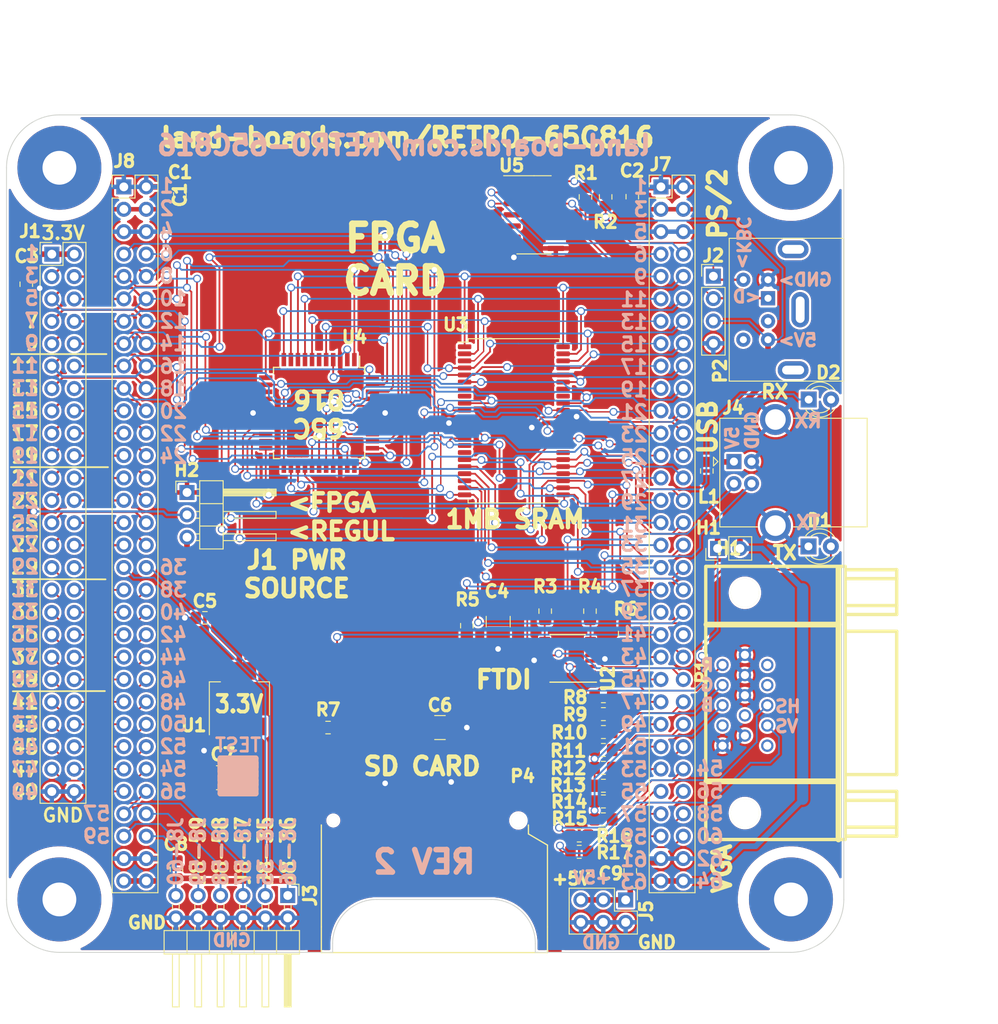
<source format=kicad_pcb>
(kicad_pcb (version 20211014) (generator pcbnew)
  (title_block (title "RETRO-65C816") (date "2022-08-27") (rev "2") (company "land-boards.com"))
  (layers (0 "F.Cu" signal) (31 "B.Cu" signal) (36 "B.SilkS" user "B.Silkscreen") (37 "F.SilkS" user "F.Silkscreen") (38 "B.Mask" user) (39 "F.Mask" user) (44 "Edge.Cuts" user))
  (net 0 "")
  (net 1 "+5V")
  (net 2 "GND")
  (net 3 "+3V3")
  (net 4 "/BLUHI")
  (net 5 "/BLULO")
  (net 6 "/GRNHI")
  (net 7 "/GRNLO")
  (net 8 "/REDHI")
  (net 9 "/REDLO")
  (net 10 "/MOSI")
  (net 11 "/SDCS")
  (net 12 "/SCLK")
  (net 13 "/MISO")
  (net 14 "/UP")
  (net 15 "/UM")
  (net 16 "/DM")
  (net 17 "/DP")
  (net 18 "/PS2DAT")
  (net 19 "/PS2CLK")
  (net 20 "VDD")
  (net 21 "/VBUS")
  (net 22 "/RX")
  (net 23 "/TX")
  (net 24 "/R1")
  (net 25 "/T1")
  (net 26 "/IO_B22")
  (net 27 "/IO_B21")
  (net 28 "/IO_N20")
  (net 29 "/IO_N19")
  (net 30 "+3.3VP")
  (net 31 "/IO_AB20")
  (net 32 "/IO_AA20")
  (net 33 "/IO_Y21")
  (net 34 "/IO_Y22")
  (net 35 "/IO_W21")
  (net 36 "/IO_W22")
  (net 37 "/IO_V21")
  (net 38 "/IO_V22")
  (net 39 "/IO_U21")
  (net 40 "/IO_U22")
  (net 41 "/IO_R21")
  (net 42 "/IO_R22")
  (net 43 "/IO_P21")
  (net 44 "/IO_P22")
  (net 45 "/IO_N21")
  (net 46 "/IO_M21")
  (net 47 "/IO_M22")
  (net 48 "/IO_L21")
  (net 49 "/IO_L22")
  (net 50 "/IO_K21")
  (net 51 "/IO_K22")
  (net 52 "/IO_J21")
  (net 53 "/IO_J22")
  (net 54 "/IO_H21")
  (net 55 "/IO_H22")
  (net 56 "/IO_F21")
  (net 57 "/IO_F22")
  (net 58 "/IO_E21")
  (net 59 "/IO_E22")
  (net 60 "/IO_D21")
  (net 61 "/IO_D22")
  (net 62 "/IO_C21")
  (net 63 "/IO_C22")
  (net 64 "/VSYNC")
  (net 65 "/HSYNC")
  (net 66 "/SRAMA15")
  (net 67 "/SRAMA14")
  (net 68 "/SRAMA16")
  (net 69 "/SRAMA13")
  (net 70 "/SRAMA17")
  (net 71 "/SRAMA12")
  (net 72 "/SRAMA18")
  (net 73 "/SRAMA11")
  (net 74 "/SRAMA19")
  (net 75 "/SRAMA10")
  (net 76 "/SRAMD3")
  (net 77 "/SRAMD4")
  (net 78 "/SRAMD2")
  (net 79 "/SRAMD5")
  (net 80 "/SRAMD1")
  (net 81 "/SRAMD6")
  (net 82 "/SRAMD0")
  (net 83 "/SRAMD7")
  (net 84 "/~{SRAMCS}")
  (net 85 "/SRAMA8")
  (net 86 "/SRAMA0")
  (net 87 "/~{SRAMOE}")
  (net 88 "/SRAMA1")
  (net 89 "/SRAMA7")
  (net 90 "/SRAMA2")
  (net 91 "/SRAMA6")
  (net 92 "/SRAMA3")
  (net 93 "/SRAMA5")
  (net 94 "/SRAMA4")
  (net 95 "/~{SRAMWE}")
  (net 96 "/SRAMA9")
  (net 97 "/IO_M20")
  (net 98 "/IO_M19")
  (net 99 "/REDMID")
  (net 100 "/~{FPGACTS}")
  (net 101 "/FPGARX")
  (net 102 "/~{FPGARTS}")
  (net 103 "/CARDET")
  (net 104 "Net-(J4-Pad1)")
  (net 105 "/VCCIO")
  (net 106 "/IO_N22")
  (net 107 "/FPGATX")
  (net 109 "/GRNMID")
  (net 126 "/CPUNMIB")
  (net 127 "/CPUVPA")
  (net 128 "/CPURWB")
  (net 129 "/CPUE")
  (net 130 "/CPUBE")
  (net 131 "/CPUCLK")
  (net 132 "/CPUMX")
  (net 133 "/CPUVDA")
  (net 134 "/CPURES*")
  (net 135 "/CPUVPB")
  (net 136 "/CPURDY")
  (net 137 "/CPUABORTB")
  (net 138 "/CPUIRQB")
  (net 139 "/CPUMLB")
  (net 144 "/RED")
  (net 145 "/GRN")
  (net 146 "/KBC")
  (net 147 "/KBD")
  (net 148 "/BLU")
  (net 149 "Net-(P1-Pad13)")
  (net 150 "Net-(P1-Pad14)")
  (footprint "LandBoards_MountHoles:MTG-6-32" (layer "F.Cu") (at 16 16)
    (fp_text reference "MTG1" hide)
    (fp_text value "MTG_HOLE" hide)
  )
  (footprint "LandBoards_MountHoles:MTG-6-32" (layer "F.Cu") (at 99 16)
    (fp_text reference "MTG2" hide)
    (fp_text value "MTG_HOLE" hide)
  )
  (footprint "LandBoards_MountHoles:MTG-6-32" (layer "F.Cu") (at 16 99)
    (fp_text reference "MTG3" hide)
    (fp_text value "MTG_HOLE" hide)
  )
  (footprint "LandBoards_MountHoles:MTG-6-32" (layer "F.Cu") (at 99 99)
    (fp_text reference "MTG4" hide)
    (fp_text value "MTG_HOLE" hide)
  )
  (footprint "TO_SOT_Packages_SMD:SOT-223" (layer "F.Cu") (at 36.4236 76.2254 90)
    (fp_text reference "U1")
    (fp_text value "NCP1117ST33T3G" hide)
  )
  (footprint "Pin_Headers:Pin_Header_Straight_1x02_Pitch2.54mm" (layer "F.Cu") (at 90.678 59.182 90)
    (fp_text reference "H1")
    (fp_text value "Header, Strt, 1x2")
  )
  (footprint "Resistor_SMD:R_0805_2012Metric_Pad1.20x1.40mm_HandSolder" (layer "F.Cu") (at 77.724 80.01)
    (fp_text reference "R10")
    (fp_text value "R3L")
  )
  (footprint "Resistor_SMD:R_0805_2012Metric_Pad1.20x1.40mm_HandSolder" (layer "F.Cu") (at 77.724 75.946)
    (fp_text reference "R8")
    (fp_text value "R3H")
  )
  (footprint "Resistor_SMD:R_0805_2012Metric_Pad1.20x1.40mm_HandSolder" (layer "F.Cu") (at 77.724 86.106)
    (fp_text reference "R13")
    (fp_text value "G3L")
  )
  (footprint "Resistor_SMD:R_0805_2012Metric_Pad1.20x1.40mm_HandSolder" (layer "F.Cu") (at 77.724 82.042)
    (fp_text reference "R11")
    (fp_text value "G3H")
  )
  (footprint "Resistor_SMD:R_0805_2012Metric_Pad1.20x1.40mm_HandSolder" (layer "F.Cu") (at 77.724 89.916)
    (fp_text reference "R15")
    (fp_text value "B2L")
  )
  (footprint "Resistor_SMD:R_0805_2012Metric_Pad1.20x1.40mm_HandSolder" (layer "F.Cu") (at 77.724 87.884)
    (fp_text reference "R14")
    (fp_text value "B2H")
  )
  (footprint "Resistor_SMD:R_0805_2012Metric_Pad1.15x1.40mm_HandSolder" (layer "F.Cu") (at 75.692 19.304 90)
    (fp_text reference "R1")
    (fp_text value "Res, 10K (0805)")
  )
  (footprint "Resistor_SMD:R_0805_2012Metric_Pad1.15x1.40mm_HandSolder" (layer "F.Cu") (at 77.978 19.304 90)
    (fp_text reference "R2")
    (fp_text value "Res, 10K (0805)")
  )
  (footprint "Pin_Headers:Pin_Header_Straight_1x04_Pitch2.54mm" (layer "F.Cu") (at 90.2 28.3)
    (fp_text reference "J2")
    (fp_text value "Header, Strt, 1x4")
  )
  (footprint "LandBoards_Conns:Connector_Mini-DIN_Female_6Pin_2rows" (layer "F.Cu") (at 96.4 30.8 90)
    (fp_text reference "P2")
    (fp_text value "PS2_DIN6")
  )
  (footprint "Connector_PinHeader_2.54mm:PinHeader_2x32_P2.54mm_Vertical" (layer "F.Cu") (at 84.25 18.166)
    (fp_text reference "J7")
    (fp_text value "Header, Strt, 2x32")
  )
  (footprint "Connector_PinHeader_2.54mm:PinHeader_2x32_P2.54mm_Vertical" (layer "F.Cu") (at 23.31 18.166)
    (fp_text reference "J8")
    (fp_text value "Header, Strt, 2x32")
  )
  (footprint "LED_THT:LED_D3.0mm" (layer "F.Cu") (at 101.0158 42.291)
    (fp_text reference "D2")
    (fp_text value "LED, 3mm")
  )
  (footprint "Resistor_SMD:R_0805_2012Metric_Pad1.15x1.40mm_HandSolder" (layer "F.Cu") (at 80.137 68.834 90)
    (fp_text reference "R6")
    (fp_text value "Res, 330 (0805)")
  )
  (footprint "Resistor_SMD:R_0805_2012Metric_Pad1.15x1.40mm_HandSolder" (layer "F.Cu") (at 71.12 66.294 -90)
    (fp_text reference "R3")
    (fp_text value "Res, 22 (0805)")
  )
  (footprint "Resistor_SMD:R_0805_2012Metric_Pad1.15x1.40mm_HandSolder" (layer "F.Cu") (at 76.2 66.294 -90)
    (fp_text reference "R4")
    (fp_text value "Res, 22 (0805)")
  )
  (footprint "Package_SO:SSOP-16_3.9x4.9mm_P0.635mm" (layer "F.Cu") (at 73.66 71.628 180)
    (fp_text reference "U2")
    (fp_text value "FT230XS-U")
  )
  (footprint "LandBoards_Conns:SD_CARD" (layer "F.Cu") (at 52.959 90.043)
    (fp_text reference "P4")
    (fp_text value "SD Socket, GMC020080HR" hide)
  )
  (footprint "Connector_PinHeader_2.54mm:PinHeader_2x25_P2.54mm_Vertical" (layer "F.Cu") (at 15.14 25.8)
    (fp_text reference "J1")
    (fp_text value "Header, Strt, 2x25")
  )
  (footprint "Capacitor_SMD:C_0805_2012Metric_Pad1.15x1.40mm_HandSolder" (layer "F.Cu") (at 29.2862 95.5802 90)
    (fp_text reference "C8")
    (fp_text value "Cap, 0.1uF (0805)")
  )
  (footprint "Capacitor_SMD:C_0805_2012Metric_Pad1.15x1.40mm_HandSolder" (layer "F.Cu") (at 80.772 95.758 90)
    (fp_text reference "C9")
    (fp_text value "Cap, 0.1uF (0805)")
  )
  (footprint "Capacitor_SMD:C_0805_2012Metric_Pad1.15x1.40mm_HandSolder" (layer "F.Cu") (at 12.2428 29.21 -90)
    (fp_text reference "C3")
    (fp_text value "Cap, 0.1uF (0805)")
  )
  (footprint "Capacitor_SMD:C_0805_2012Metric_Pad1.15x1.40mm_HandSolder" (layer "F.Cu") (at 81.0006 19.2786 90)
    (fp_text reference "C2")
    (fp_text value "Cap, 0.1uF (0805)")
  )
  (footprint "Capacitor_SMD:C_0805_2012Metric_Pad1.15x1.40mm_HandSolder" (layer "F.Cu") (at 29.6672 19.0754 90)
    (fp_text reference "C1")
    (fp_text value "Cap, 0.1uF (0805)")
  )
  (footprint "Connector_PinHeader_2.54mm:PinHeader_1x03_P2.54mm_Horizontal" (layer "F.Cu") (at 30.48 52.832)
    (fp_text reference "H2")
    (fp_text value "Header, Right Ang, 1x3")
  )
  (footprint "Resistor_SMD:R_0805_2012Metric_Pad1.15x1.40mm_HandSolder" (layer "F.Cu") (at 62.23 67.945 90)
    (fp_text reference "R5")
    (fp_text value "Res, 330 (0805)")
  )
  (footprint "Inductor_SMD:L_0805_2012Metric_Pad1.15x1.40mm_HandSolder" (layer "F.Cu") (at 89.4588 50.3936 -90)
    (fp_text reference "L1")
    (fp_text value "Ind, MI0805K601R-10 (0805)")
  )
  (footprint "Package_SO:TSOP-II-44_10.16x18.41mm_P0.8mm" (layer "F.Cu") (at 67.564 44.704)
    (fp_text reference "U3")
    (fp_text value "IS62WV10248EBLL-45TLI")
  )
  (footprint "Resistor_SMD:R_0805_2012Metric_Pad1.15x1.40mm_HandSolder" (layer "F.Cu") (at 46.482 79.502 180)
    (fp_text reference "R7")
    (fp_text value "Res, 10K (0805)")
  )
  (footprint "Capacitor_SMD:C_1210_3225Metric_Pad1.42x2.65mm_HandSolder" (layer "F.Cu") (at 59.182 79.502)
    (fp_text reference "C6")
    (fp_text value "Cap, 10uF (1206)")
  )
  (footprint "Capacitor_SMD:C_0805_2012Metric_Pad1.15x1.40mm_HandSolder" (layer "F.Cu") (at 32.512 67.056 180)
    (fp_text reference "C5")
    (fp_text value "Cap, 0.1uF (0805)")
  )
  (footprint "Capacitor_SMD:C_1210_3225Metric_Pad1.42x2.65mm_HandSolder" (layer "F.Cu") (at 34.417 85.1916 180)
    (fp_text reference "C7")
    (fp_text value "Cap, 10uF (1206)")
  )
  (footprint "Connector_PinHeader_2.54mm:PinHeader_2x06_P2.54mm_Horizontal" (layer "F.Cu") (at 41.91 98.552 -90)
    (fp_text reference "J3")
    (fp_text value "Header, Right Ang, 2x6")
  )
  (footprint "LandBoards_Conns:DB_15F-VGA-fixed" (layer "F.Cu") (at 97.79 76.708 90)
    (fp_text reference "P1")
    (fp_text value "634-015-274-906 (DB15HD)" hide)
  )
  (footprint "Connector_PinHeader_2.54mm:PinHeader_2x03_P2.54mm_Vertical" (layer "F.Cu") (at 80.249 99.055 -90)
    (fp_text reference "J5")
    (fp_text value "Header, Rt Ang, 2x3")
  )
  (footprint "Capacitor_SMD:C_1210_3225Metric_Pad1.42x2.65mm_HandSolder" (layer "F.Cu") (at 65.786 67.4878 -90)
    (fp_text reference "C4")
    (fp_text value "Cap, 10uF (1206)")
  )
  (footprint "Connector_USB:USB_B_OST_USB-B1HSxx_Horizontal" (layer "F.Cu") (at 92.5322 49.3268)
    (fp_text reference "J4")
    (fp_text value "Conn, USB B")
  )
  (footprint "LED_THT:LED_D3.0mm" (layer "F.Cu") (at 100.9904 58.9534)
    (fp_text reference "D1")
    (fp_text value "LED, 3mm")
  )
  (footprint "LandBoards_Marking:TEST_BLK-REAR" (layer "F.Cu") (at 36.2712 84.9884)
    (fp_text reference "TEST")
    (fp_text value "COUPON" hide)
  )
  (footprint "Resistor_SMD:R_0805_2012Metric_Pad1.20x1.40mm_HandSolder" (layer "F.Cu") (at 77.724 77.978)
    (fp_text reference "R9")
    (fp_text value "R3M")
  )
  (footprint "Resistor_SMD:R_0805_2012Metric_Pad1.20x1.40mm_HandSolder" (layer "F.Cu") (at 77.724 84.074)
    (fp_text reference "R12")
    (fp_text value "G3M")
  )
  (footprint "Resistor_SMD:R_0805_2012Metric_Pad1.20x1.40mm_HandSolder" (layer "F.Cu") (at 74.9808 91.7448)
    (fp_text reference "R16")
    (fp_text value "Res, 47 (0805)")
  )
  (footprint "Package_SO:SOIC-14_3.9x8.7mm_P1.27mm" (layer "F.Cu") (at 69.85 21.336)
    (fp_text reference "U5")
    (fp_text value "TXS0104EDR")
  )
  (footprint "Package_QFP:PQFP-44_10x10mm_P0.8mm" (layer "F.Cu") (at 45.466 43.815 -90)
    (fp_text reference "U4")
    (fp_text value "W65C816S6TQG-14")
  )
  (footprint "Resistor_SMD:R_0805_2012Metric_Pad1.20x1.40mm_HandSolder" (layer "F.Cu") (at 74.9808 93.599)
    (fp_text reference "R17")
    (fp_text value "Res, 47 (0805)")
  )
  (gr_line (start 21.2344 62.6872) (end 10.668 62.6618) (layer "F.SilkS") (width 0.2))
  (gr_line (start 21.1582 75.3618) (end 10.7188 75.3872) (layer "F.SilkS") (width 0.2))
  (gr_line (start 21.336 37.1348) (end 10.541 37.1348) (layer "F.SilkS") (width 0.2))
  (gr_line (start 21.5138 49.9618) (end 10.4902 49.9618) (layer "F.SilkS") (width 0.2))
  (gr_arc (start 47 104) (mid 48.464466 100.464466) (end 52 99) (layer "Edge.Cuts") (width 0.1))
  (gr_line (start 16 10) (end 99 10) (layer "Edge.Cuts") (width 0.1))
  (gr_line (start 99 105) (end 70 105) (layer "Edge.Cuts") (width 0.1))
  (gr_line (start 70 104) (end 70 105) (layer "Edge.Cuts") (width 0.1))
  (gr_arc (start 99 10) (mid 103.242641 11.757359) (end 105 16) (layer "Edge.Cuts") (width 0.1))
  (gr_arc (start 10 16) (mid 11.757359 11.757359) (end 16 10) (layer "Edge.Cuts") (width 0.1))
  (gr_line (start 16 105) (end 47 105) (layer "Edge.Cuts") (width 0.1))
  (gr_arc (start 65 99) (mid 68.535534 100.464466) (end 70 104) (layer "Edge.Cuts") (width 0.1))
  (gr_line (start 10 16) (end 10 65) (layer "Edge.Cuts") (width 0.1))
  (gr_line (start 65 99) (end 52 99) (layer "Edge.Cuts") (width 0.1))
  (gr_arc (start 16 105) (mid 11.757359 103.242641) (end 10 99) (layer "Edge.Cuts") (width 0.1))
  (gr_arc (start 105 99) (mid 103.242641 103.242641) (end 99 105) (layer "Edge.Cuts") (width 0.1))
  (gr_line (start 10 65) (end 10 99) (layer "Edge.Cuts") (width 0.1))
  (gr_line (start 105 16) (end 105 99) (layer "Edge.Cuts") (width 0.1))
  (gr_line (start 47 104) (end 47 105) (layer "Edge.Cuts") (width 0.1))
  (gr_text "REV 2" (at 57.404 94.742) (layer "B.SilkS") (effects (font (size 2.54 2.54) (thickness 0.635)) (justify mirror)))
  (gr_text "<D" (at 92.202 30.607) (layer "B.SilkS") (effects (font (size 1.397 1.397) (thickness 0.34925)) (justify right mirror)))
  (gr_text "GND>" (at 97.409 28.702) (layer "B.SilkS") (effects (font (size 1.397 1.397) (thickness 0.34925)) (justify right mirror)))
  (gr_text "1\n3\n5\n6\n9\n11\n13\n15\n17\n19\n21\n23\n25\n27\n29\n31" (at 82.931 37.338) (layer "B.SilkS") (effects (font (size 1.5875 1.5875) (thickness 0.34925)) (justify left mirror)))
  (gr_text "1\n3\n5\n7\n9\n11\n13\n15\n17\n19\n21\n23\n25" (at 13.843 41.021) (layer "B.SilkS") (effects (font (size 1.5875 1.5875) (thickness 0.34925)) (justify left mirror)))
  (gr_text "GND" (at 77.47 103.886) (layer "B.SilkS") (effects (font (size 1.397 1.397) (thickness 0.34925)) (justify mirror)))
  (gr_text "GND" (at 35.56 103.632) (layer "B.SilkS") (effects (font (size 1.397 1.397) (thickness 0.34925)) (justify mirror)))
  (gr_text "57\n59" (at 21.971 90.551) (layer "B.SilkS") (effects (font (size 1.5875 1.5875) (thickness 0.34925)) (justify left mirror)))
  (gr_text "1\n2\n4\n6\n8\n10\n12\n14\n16\n18\n20\n22\n24\n\n" (at 27.178 34.671) (layer "B.SilkS") (effects (font (size 1.5875 1.5875) (thickness 0.34925)) (justify right mirror)))
  (gr_text "33\n35\n37\n39\n41\n43\n45\n47\n49\n51\n53\n55\n57\n59\n61\n63" (at 82.931 77.851) (layer "B.SilkS") (effects (font (size 1.5875 1.5875) (thickness 0.34925)) (justify left mirror)))
  (gr_text "land-boards.com/RETRO-65C816" (at 55.0926 13.462) (layer "B.SilkS") (effects (font (size 2.159 2.159) (thickness 0.53975)) (justify mirror)))
  (gr_text "5V>" (at 97.409 35.56) (layer "B.SilkS") (effects (font (size 1.397 1.397) (thickness 0.34925)) (justify right mirror)))
  (gr_text "50\n52\n54\n56" (at 27.178 82.931) (layer "B.SilkS") (effects (font (size 1.5875 1.5875) (thickness 0.34925)) (justify right mirror)))
  (gr_text "J8-60\nJ8-59\nJ8-58\nJ8-57\nJ8-35\nJ8-36" (at 35.5854 93.5736 90) (layer "B.SilkS") (effects (font (size 1.5875 1.5875) (thickness 0.34925)) (justify mirror)))
  (gr_text "R\nG\nB" (at 90.424 74.676) (layer "B.SilkS") (effects (font (size 1.397 1.397) (thickness 0.34925)) (justify left mirror)))
  (gr_text "+5V" (at 76.454 96.52) (layer "B.SilkS") (effects (font (size 1.397 1.397) (thickness 0.34925)) (justify mirror)))
  (gr_text "\n\n\n36\n38\n40\n42\n44\n46\n48" (at 27.178 65.151) (layer "B.SilkS") (effects (font (size 1.5875 1.5875) (thickness 0.34925)) (justify right mirror)))
  (gr_text "RX" (at 100.965 44.704) (layer "B.SilkS") (effects (font (size 1.524 1.524) (thickness 0.381)) (justify mirror)))
  (gr_text "TX" (at 100.965 56.261) (layer "B.SilkS") (effects (font (size 1.524 1.524) (thickness 0.381)) (justify mirror)))
  (gr_text "<KBC" (at 93.599 27.686 270) (layer "B.SilkS") (effects (font (size 1.397 1.397) (thickness 0.34925)) (justify left mirror)))
  (gr_text "HS\nVS" (at 97.028 78.232) (layer "B.SilkS") (effects (font (size 1.397 1.397) (thickness 0.34925)) (justify right mirror)))
  (gr_text "27\n29\n31\n33\n35\n37\n39\n41\n43\n45\n47\n49" (at 13.843 72.771) (layer "B.SilkS") (effects (font (size 1.5875 1.5875) (thickness 0.34925)) (justify left mirror)))
  (gr_text "54\n56\n58\n60\n62\n64" (at 88.0618 90.551) (layer "B.SilkS") (effects (font (size 1.5875 1.5875) (thickness 0.34925)) (justify right mirror)))
  (gr_text "5V\nGND" (at 93.472 48.133 90) (layer "B.SilkS") (effects (font (size 1.397 1.397) (thickness 0.34925)) (justify right mirror)))
  (gr_text "PS/2" (at 90.678 20.066 90) (layer "F.SilkS") (effects (font (size 2 2) (thickness 0.5))))
  (gr_text "3.3V" (at 36.3982 76.835) (layer "F.SilkS") (effects (font (size 1.905 1.651) (thickness 0.41275))))
  (gr_text "FPGA\nCARD" (at 54.102 26.416) (layer "F.SilkS") (effects (font (size 3 3) (thickness 0.75))))
  (gr_text "USB" (at 89.5604 45.4152 90) (layer "F.SilkS") (effects (font (size 2 2) (thickness 0.5))))
  (gr_text "GND" (at 16.4084 89.4588) (layer "F.SilkS") (effects (font (size 1.5 1.5) (thickness 0.3))))
  (gr_text "3.3V" (at 16.4338 23.3934) (layer "F.SilkS") (effects (font (size 1.5 1.5) (thickness 0.3))))
  (gr_text "SD CARD" (at 57.15 83.8962) (layer "F.SilkS") (effects (font (size 2 2) (thickness 0.5))))
  (gr_text "VGA" (at 91.186 95.504 90) (layer "F.SilkS") (effects (font (size 2 2) (thickness 0.5))))
  (gr_text "J1 PWR\nSOURCE" (at 42.926 62.103) (layer "F.SilkS") (effects (font (size 2 2) (thickness 0.5))))
  (gr_text "<FPGA\n<REGUL" (at 41.656 55.626) (layer "F.SilkS") (effects (font (size 2 2) (thickness 0.5)) (justify left)))
  (gr_text "TX" (at 98.298 59.69) (layer "F.SilkS") (effects (font (size 1.524 1.524) (thickness 0.381))))
  (gr_text "RX" (at 97.155 41.402) (layer "F.SilkS") (effects (font (size 1.524 1.524) (thickness 0.381))))
  (gr_text "+5V" (at 74.0664 96.647) (layer "F.SilkS") (effects (font (size 1.397 1.397) (thickness 0.34925))))
  (gr_text "27\n29\n31\n33\n35\n37\n39\n41\n43\n45\n47\n49" (at 13.843 72.771) (layer "F.SilkS") (effects (font (size 1.5875 1.5875) (thickness 0.34925)) (justify right)))
  (gr_text "65C\n816" (at 48.641 43.8912 180) (layer "F.SilkS") (effects (font (size 2 2) (thickness 0.5)) (justify left)))
  (gr_text "land-boards.com/RETRO-65C816" (at 55.499 12.573) (layer "F.SilkS") (effects (font (size 2.159 2.159) (thickness 0.53975))))
  (gr_text "FTDI" (at 62.992 74.0664) (layer "F.SilkS") (effects (font (size 2 2) (thickness 0.5)) (justify left)))
  (gr_text "GND" (at 25.9334 101.6254) (layer "F.SilkS") (effects (font (size 1.397 1.397) (thickness 0.34925))))
  (gr_text "\n\n\n7\n9\n11\n13\n15\n17\n19\n21\n23\n25" (at 13.843 41.021) (layer "F.SilkS") (effects (font (size 1.5875 1.5875) (thickness 0.34925)) (justify right)))
  (gr_text "1MB SRAM" (at 59.563 55.88) (layer "F.SilkS") (effects (font (size 2 2) (thickness 0.5)) (justify left)))
  (gr_text "GND" (at 83.7946 103.8606) (layer "F.SilkS") (effects (font (size 1.397 1.397) (thickness 0.34925))))
  (gr_text "J8-59\nJ8-58\nJ8-57\nJ8-35\nJ8-36" (at 36.83 93.472 90) (layer "F.SilkS") (effects (font (size 1.5875 1.5875) (thickness 0.34925))))
  (segment (start 84.28 96.906) (end 86.82 96.906) (width 0.635) (layer "F.Cu") (net 1))
  (segment (start 80.249 99.055) (end 77.709 99.055) (width 0.635) (layer "F.Cu") (net 1))
  (segment (start 29.2104 96.906) (end 29.2862 96.8302) (width 0.635) (layer "F.Cu") (net 1))
  (segment (start 74.422 17.526) (end 74.939 17.526) (width 0.2032) (layer "F.Cu") (net 1))
  (segment (start 23.31 96.906) (end 25.85 96.906) (width 0.635) (layer "F.Cu") (net 1))
  (segment (start 80.772 96.783) (end 80.772 98.532) (width 0.635) (layer "F.Cu") (net 1))
  (segment (start 84.25 96.906) (end 38.613 96.906) (width 0.635) (layer "F.Cu") (net 1))
  (segment (start 38.7236 96.7954) (end 38.7236 81.3194) (width 1.27) (layer "F.Cu") (net 1))
  (segment (start 31.12 96.906) (end 38.613 96.906) (width 0.635) (layer "F.Cu") (net 1))
  (segment (start 93.218 59.182) (end 93.218 56.388) (width 0.635) (layer "F.Cu") (net 1))
  (segment (start 93.3958 44.9072) (end 93.3958 42.926) (width 0.635) (layer "F.Cu") (net 1))
  (segment (start 97.4344 48.9458) (end 93.3958 44.9072) (width 0.635) (layer "F.Cu") (net 1))
  (segment (start 93.3958 42.926) (end 96.4 39.9218) (width 0.635) (layer "F.Cu") (net 1))
  (segment (start 80.772 96.8846) (end 84.2586 96.8846) (width 0.635) (layer "F.Cu") (net 1))
  (segment (start 75.692 18.279) (end 77.978 18.279) (width 0.2032) (layer "F.Cu") (net 1))
  (segment (start 38.7236 96.7954) (end 38.613 96.906) (width 0.635) (layer "F.Cu") (net 1))
  (segment (start 96.4 39.9218) (end 96.4 35.5) (width 0.635) (layer "F.Cu") (net 1))
  (segment (start 77.709 99.055) (end 75.169 99.055) (width 0.635) (layer "F.Cu") (net 1))
  (segment (start 31.12 96.906) (end 30.8192 96.6052) (width 0.635) (layer "F.Cu") (net 1))
  (segment (start 38.7236 79.3754) (end 38.7236 81.3194) (width 0.2032) (layer "F.Cu") (net 1))
  (segment (start 74.939 17.526) (end 75.692 18.279) (width 0.2032) (layer "F.Cu") (net 1))
  (segment (start 93.218 56.388) (end 97.4344 52.1716) (width 0.635) (layer "F.Cu") (net 1))
  (segment (start 72.325 17.526) (end 74.422 17.526) (width 0.2032) (layer "F.Cu") (net 1))
  (segment (start 25.85 96.906) (end 29.2104 96.906) (width 0.635) (layer "F.Cu") (net 1))
  (segment (start 97.4344 52.1716) (end 97.4344 48.9458) (width 0.635) (layer "F.Cu") (net 1))
  (segment (start 30.8192 96.6052) (end 29.2862 96.6052) (width 0.635) (layer "F.Cu") (net 1))
  (via (at 74.422 17.526) (size 0.889) (drill 0.635) (layers "F.Cu" "B.Cu") (net 1))
  (segment (start 97.596 35.5) (end 96.4 35.5) (width 0.2032) (layer "B.Cu") (net 1))
  (segment (start 86.79 96.906) (end 89.519638 96.906) (width 0.635) (layer "B.Cu") (net 1))
  (segment (start 94.996 92.964) (end 100.33 87.63) (width 0.635) (layer "B.Cu") (net 1))
  (segment (start 74.97298 17.526) (end 79.44338 21.9964) (width 0.2032) (layer "B.Cu") (net 1))
  (segment (start 92.6084 21.9964) (end 98.044 27.432) (width 0.2032) (layer "B.Cu") (net 1))
  (segment (start 79.44338 21.9964) (end 92.6084 21.9964) (width 0.2032) (layer "B.Cu") (net 1))
  (segment (start 90.2 33.38) (end 94.28 33.38) (width 0.2032) (layer "B.Cu") (net 1))
  (segment (start 89.519638 96.906) (end 93.461638 92.964) (width 0.635) (layer "B.Cu") (net 1))
  (segment (start 98.044 35.052) (end 97.596 35.5) (width 0.2032) (layer "B.Cu") (net 1))
  (segment (start 98.044 27.432) (end 98.044 35.052) (width 0.2032) (layer "B.Cu") (net 1))
  (segment (start 100.33 63.754) (end 95.758 59.182) (width 0.635) (layer "B.Cu") (net 1))
  (segment (start 74.422 17.526) (end 74.97298 17.526) (width 0.2032) (layer "B.Cu") (net 1))
  (segment (start 94.28 33.38) (end 96.4 35.5) (width 0.2032) (layer "B.Cu") (net 1))
  (segment (start 100.33 87.63) (end 100.33 63.754) (width 1.27) (layer "B.Cu") (net 1))
  (segment (start 95.758 59.182) (end 93.218 59.182) (width 0.635) (layer "B.Cu") (net 1))
  (segment (start 93.461638 92.964) (end 94.996 92.964) (width 0.635) (layer "B.Cu") (net 1))
  (segment (start 65.786 70.5739) (end 65.7733 70.5866) (width 0.2032) (layer "F.Cu") (net 2))
  (segment (start 74.5999 44.304) (end 74.676 44.2279) (width 0.2032) (layer "F.Cu") (net 2))
  (segment (start 32.417 85.1916) (end 32.417 82.1248) (width 0.635) (layer "F.Cu") (net 2))
  (segment (start 60.6695 79.502) (end 62.23 79.502) (width 0.254) (layer "F.Cu") (net 2))
  (segment (start 51.516 43.815) (end 52.959 43.815) (width 0.2032) (layer "F.Cu") (net 2))
  (segment (start 83.8114 94.8346) (end 84.28 94.366) (width 0.635) (layer "F.Cu") (net 2))
  (segment (start 73.145689 44.309811) (end 70.75072 44.309811) (width 0.2032) (layer "F.Cu") (net 2))
  (segment (start 34.1122 81.0218) (end 34.1122 81.5594) (width 0.635) (layer "F.Cu") (net 2))
  (segment (start 52.959 87.243) (end 52.959 85.8266) (width 0.2032) (layer "F.Cu") (net 2))
  (segment (start 73.1515 44.304) (end 74.5999 44.304) (width 0.2032) (layer "F.Cu") (net 2))
  (segment (start 25.85 18.166) (end 29.5516 18.166) (width 0.635) (layer "F.Cu") (net 2))
  (segment (start 32.417 82.1248) (end 32.4104 82.1182) (width 0.635) (layer "F.Cu") (net 2))
  (segment (start 71.06 71.9455) (end 69.932604 71.9455) (width 0.2032) (layer "F.Cu") (net 2))
  (segment (start 34.1236 81.0104) (end 34.1122 81.0218) (width 0.635) (layer "F.Cu") (net 2))
  (segment (start 39.416 44.615) (end 38.138 44.615) (width 0.2032) (layer "F.Cu") (net 2))
  (segment (start 34.1236 79.3754) (end 34.1236 81.0104) (width 0.635) (layer "F.Cu") (net 2))
  (segment (start 76.26 71.3105) (end 77.487872 71.3105) (width 0.2032) (layer "F.Cu") (net 2))
  (segment (start 81.0006 18.2536) (end 84.1924 18.2536) (width 0.635) (layer "F.Cu") (net 2))
  (segment (start 37.973 44.45) (end 37.973 43.815) (width 0.2032) (layer "F.Cu") (net 2))
  (segment (start 65.786 68.9753) (end 65.786 70.5739) (width 0.2032) (layer "F.Cu") (net 2))
  (segment (start 60.459 85.6812) (end 60.452 85.6742) (width 0.2032) (layer "F.Cu") (net 2))
  (segment (start 13.199 30.235) (end 13.7668 29.6672) (width 0.254) (layer "F.Cu") (net 2))
  (segment (start 33.5534 82.1182) (end 32.4104 82.1182) (width 0.635) (layer "F.Cu") (net 2))
  (segment (start 80.772 94.8346) (end 83.8114 94.8346) (width 0.635) (layer "F.Cu") (net 2))
  (segment (start 61.9765 45.104) (end 60.344 45.104) (width 0.2032) (layer "F.Cu") (net 2))
  (segment (start 69.932604 71.9455) (end 69.863067 71.875963) (width 0.2032) (layer "F.Cu") (net 2))
  (segment (start 60.459 87.243) (end 60.459 85.6812) (width 0.2032) (layer "F.Cu") (net 2))
  (segment (start 12.2428 30.235) (end 13.199 30.235) (width 0.254) (layer "F.Cu") (net 2))
  (segment (start 77.487872 71.3105) (end 77.891686 71.714314) (width 0.2032) (layer "F.Cu") (net 2))
  (segment (start 67.375 25.146) (end 67.375 25.973) (width 0.2032) (layer "F.Cu") (net 2))
  (segment (start 60.344 45.104) (end 60.198 44.958) (width 0.2032) (layer "F.Cu") (net 2))
  (segment (start 31.487 67.056) (end 30.226 67.056) (width 0.254) (layer "F.Cu") (net 2))
  (segment (start 67.375 25.973) (end 67.564 26.162) (width 0.2032) (layer "F.Cu") (net 2))
  (segment (start 38.138 44.615) (end 37.973 44.45) (width 0.2032) (layer "F.Cu") (net 2))
  (segment (start 34.1122 81.5594) (end 33.5534 82.1182) (width 0.635) (layer "F.Cu") (net 2))
  (segment (start 25.85 94.366) (end 29.2504 94.366) (width 0.635) (layer "F.Cu") (net 2))
  (segment (start 70.75072 44.309811) (end 69.596 45.464531) (width 0.2032) (layer "F.Cu") (net 2))
  (segment (start 39.416 43.815) (end 37.973 43.815) (width 0.2032) (layer "F.Cu") (net 2))
  (via (at 69.596 45.464531) (size 0.889) (drill 0.635) (layers "F.Cu" "B.Cu") (net 2))
  (via (at 52.959 43.815) (size 0.889) (drill 0.635) (layers "F.Cu" "B.Cu") (net 2))
  (via (at 13.7668 29.6672) (size 0.889) (drill 0.635) (layers "F.Cu" "B.Cu") (net 2))
  (via (at 32.4104 82.1182) (size 0.889) (drill 0.635) (layers "F.Cu" "B.Cu") (net 2))
  (via (at 60.198 44.958) (size 0.889) (drill 0.635) (layers "F.Cu" "B.Cu") (net 2))
  (via (at 37.973 43.815) (size 0.889) (drill 0.635) (layers "F.Cu" "B.Cu") (net 2))
  (via (at 69.863067 71.875963) (size 0.889) (drill 0.635) (layers "F.Cu" "B.Cu") (net 2))
  (via (at 30.226 67.056) (size 0.889) (drill 0.635) (layers "F.Cu" "B.Cu") (net 2))
  (via (at 65.7733 70.5866) (size 0.889) (drill 0.635) (layers "F.Cu" "B.Cu") (net 2))
  (via (at 74.676 44.2279) (size 0.889) (drill 0.635) (layers "F.Cu" "B.Cu") (net 2))
  (via (at 52.959 85.8266) (size 0.889) (drill 0.635) (layers "F.Cu" "B.Cu") (net 2))
  (via (at 67.564 26.162) (size 0.889) (drill 0.635) (layers "F.Cu" "B.Cu") (net 2))
  (via (at 62.23 79.502) (size 0.889) (drill 0.635) (layers "F.Cu" "B.Cu") (net 2))
  (via (at 60.452 85.6742) (size 0.889) (drill 0.635) (layers "F.Cu" "B.Cu") (net 2))
  (via (at 77.891686 71.714314) (size 0.889) (drill 0.635) (layers "F.Cu" "B.Cu") (net 2))
  (segment (start 78.724 87.884) (end 79.5274 87.884) (width 0.2032) (layer "F.Cu") (net 4))
  (segment (start 79.5274 87.884) (end 83.2054 84.206) (width 0.2032) (layer "F.Cu") (net 4))
  (segment (start 83.2054 84.206) (end 84.25 84.206) (width 0.2032) (layer "F.Cu") (net 4))
  (segment (start 82.7278 85.979) (end 83.2358 85.471) (width 0.2032) (layer "F.Cu") (net 5))
  (segment (start 85.525 85.471) (end 86.79 84.206) (width 0.2032) (layer "F.Cu") (net 5))
  (segment (start 83.2358 85.471) (end 85.525 85.471) (width 0.2032) (layer "F.Cu") (net 5))
  (segment (start 78.724 89.916) (end 79.502 89.916) (width 0.2032) (layer "F.Cu") (net 5))
  (segment (start 79.502 89.916) (end 82.7278 86.6902) (width 0.2032) (layer "F.Cu") (net 5))
  (segment (start 82.7278 86.6902) (end 82.7278 85.979) (width 0.2032) (layer "F.Cu") (net 5))
  (segment (start 85.525 80.391) (end 81.4324 80.391) (width 0.2032) (layer "F.Cu") (net 6))
  (segment (start 79.7814 82.042) (end 78.724 82.042) (width 0.2032) (layer "F.Cu") (net 6))
  (segment (start 86.79 79.126) (end 85.525 80.391) (width 0.2032) (layer "F.Cu") (net 6))
  (segment (start 81.4324 80.391) (end 79.7814 82.042) (width 0.2032) (layer "F.Cu") (net 6))
  (segment (start 78.724 86.106) (end 79.7306 86.106) (width 0.2032) (layer "F.Cu") (net 7))
  (segment (start 79.7306 86.106) (end 82.9056 82.931) (width 0.2032) (layer "F.Cu") (net 7))
  (segment (start 82.9056 82.931) (end 85.525 82.931) (width 0.2032) (layer "F.Cu") (net 7))
  (segment (start 85.525 82.931) (end 86.79 81.666) (width 0.2032) (layer "F.Cu") (net 7))
  (segment (start 78.724 75.946) (end 82.032 75.946) (width 0.2032) (layer "F.Cu") (net 8))
  (segment (start 84.25 76.586) (end 82.672 76.586) (width 0.2032) (layer "F.Cu") (net 8))
  (segment (start 82.032 75.946) (end 82.672 76.586) (width 0.2032) (layer "F.Cu") (net 8))
  (segment (start 84.25 79.126) (end 80.7924 79.126) (width 0.2032) (layer "F.Cu") (net 9))
  (segment (start 78.724 80.01) (end 79.9084 80.01) (width 0.2032) (layer "F.Cu") (net 9))
  (segment (start 80.7924 79.126) (end 79.9084 80.01) (width 0.2032) (layer "F.Cu") (net 9))
  (segment (start 76.9112 95.3008) (end 66.5988 95.3008) (width 0.254) (layer "F.Cu") (net 10))
  (segment (start 86.79 89.286) (end 85.4996 90.5764) (width 0.2032) (layer "F.Cu") (net 10))
  (segment (start 85.4996 90.5764) (end 81.6356 90.5764) (width 0.2032) (layer "F.Cu") (net 10))
  (segment (start 81.6356 90.5764) (end 76.9112 95.3008) (width 0.2032) (layer "F.Cu") (net 10))
  (segment (start 66.5988 95.3008) (end 62.959 91.661) (width 0.254) (layer "F.Cu") (net 10))
  (segment (start 62.959 87.243) (end 62.959 91.661) (width 0.254) (layer "F.Cu") (net 10))
  (segment (start 68.66345 94.82545) (end 65.459 91.621) (width 0.254) (layer "F.Cu") (net 11))
  (segment (start 65.459 87.243) (end 65.459 91.621) (width 0.254) (layer "F.Cu") (net 11))
  (segment (start 79.71245 91.85365) (end 76.74065 94.82545) (width 0.254) (layer "F.Cu") (net 11))
  (segment (start 76.74065 94.82545) (end 68.66345 94.82545) (width 0.254) (layer "F.Cu") (net 11))
  (segment (start 84.25 89.286) (end 82.2801 89.286) (width 0.2032) (layer "F.Cu") (net 11))
  (segment (start 82.2801 89.286) (end 79.71245 91.85365) (width 0.2032) (layer "F.Cu") (net 11))
  (segment (start 79.132841 93.739181) (end 77.113542 95.75848) (width 0.2032) (layer "F.Cu") (net 12))
  (segment (start 84.25 91.826) (end 81.081942 91.826) (width 0.2032) (layer "F.Cu") (net 12))
  (segment (start 77.113542 95.75848) (end 58.92848 95.75848) (width 0.2032) (layer "F.Cu") (net 12))
  (segment (start 79.168761 93.739181) (end 79.132841 93.739181) (width 0.2032) (layer "F.Cu") (net 12))
  (segment (start 55.459 92.289) (end 55.459 87.243) (width 0.2032) (layer "F.Cu") (net 12))
  (segment (start 81.081942 91.826) (end 79.168761 93.739181) (width 0.2032) (layer "F.Cu") (net 12))
  (segment (start 58.92848 95.75848) (end 55.459 92.289) (width 0.2032) (layer "F.Cu") (net 12))
  (segment (start 85.5504 93.0656) (end 86.79 91.826) (width 0.2032) (layer "F.Cu") (net 13))
  (segment (start 50.58 90.6144) (end 50.58 87.2) (width 0.254) (layer "F.Cu") (net 13))
  (segment (start 80.4164 93.0656) (end 79.3115 94.1705) (width 0.2032) (layer "F.Cu") (net 13))
  (segment (start 56.1554 96.1898) (end 50.58 90.6144) (width 0.254) (layer "F.Cu") (net 13))
  (segment (start 80.4164 93.0656) (end 85.5504 93.0656) (width 0.2032) (layer "F.Cu") (net 13))
  (segment (start 79.3115 94.1705) (end 77.2922 96.1898) (width 0.254) (layer "F.Cu") (net 13))
  (segment (start 77.2922 96.1898) (end 56.1554 96.1898) (width 0.254) (layer "F.Cu") (net 13))
  (segment (start 76.26 69.4055) (end 76.26 67.379) (width 0.2032) (layer "F.Cu") (net 14))
  (segment (start 71.06 69.4055) (end 71.06 67.379) (width 0.2032) (layer "F.Cu") (net 15))
  (segment (start 72.78 65.269) (end 71.12 65.269) (width 0.2032) (layer "F.Cu") (net 16))
  (segment (start 73.66 58.166) (end 73.66 64.389) (width 0.2032) (layer "F.Cu") (net 16))
  (segment (start 73.66 64.389) (end 72.78 65.269) (width 0.2032) (layer "F.Cu") (net 16))
  (via (at 73.66 58.166) (size 0.889) (drill 0.635) (layers "F.Cu" "B.Cu") (net 16))
  (segment (start 87.234106 57.531) (end 82.423 57.531) (width 0.2032) (layer "B.Cu") (net 16))
  (segment (start 89.4588 55.2704) (end 87.234106 57.531) (width 0.2032) (layer "B.Cu") (net 16))
  (segment (start 82.423 57.531) (end 81.788 58.166) (width 0.2032) (layer "B.Cu") (net 16))
  (segment (start 73.66 58.166) (end 81.788 58.166) (width 0.2032) (layer "B.Cu") (net 16))
  (segment (start 92.9024 51.8268) (end 89.4588 55.2704) (width 0.2032) (layer "B.Cu") (net 16))
  (segment (start 77.86 59.953) (end 77.851 59.944) (width 0.2032) (layer "F.Cu") (net 17))
  (segment (start 76.2 65.269) (end 77.86 65.269) (width 0.2032) (layer "F.Cu") (net 17))
  (segment (start 77.86 65.269) (end 77.86 59.953) (width 0.2032) (layer "F.Cu") (net 17))
  (via (at 77.851 59.944) (size 0.889) (drill 0.635) (layers "F.Cu" "B.Cu") (net 17))
  (segment (start 88.6968 59.1058) (end 87.7316 60.071) (width 0.2032) (layer "B.Cu") (net 17))
  (segment (start 77.978 60.071) (end 77.851 59.944) (width 0.2032) (layer "B.Cu") (net 17))
  (segment (start 94.5322 51.8268) (end 88.6968 57.6622) (width 0.2032) (layer "B.Cu") (net 17))
  (segment (start 88.6968 57.6622) (end 88.6968 59.1058) (width 0.2032) (layer "B.Cu") (net 17))
  (segment (start 87.7316 60.071) (end 77.978 60.071) (width 0.2032) (layer "B.Cu") (net 17))
  (segment (start 67.375 18.796) (end 65.024 18.796) (width 0.2032) (layer "F.Cu") (net 18))
  (via (at 65.024 18.796) (size 0.889) (drill 0.635) (layers "F.Cu" "B.Cu") (net 18))
  (segment (start 85.5658 24.5618) (end 70.7898 24.5618) (width 0.2032) (layer "B.Cu") (net 18))
  (segment (start 70.7898 24.5618) (end 65.024 18.796) (width 0.2032) (layer "B.Cu") (net 18))
  (segment (start 86.79 25.786) (end 85.5658 24.5618) (width 0.2032) (layer "B.Cu") (net 18))
  (segment (start 65.024 20.066) (end 67.375 20.066) (width 0.2032) (layer "F.Cu") (net 19))
  (via (at 65.024 20.066) (size 0.889) (drill 0.635) (layers "F.Cu" "B.Cu") (net 19))
  (segment (start 70.744 25.786) (end 65.024 20.066) (width 0.2032) (layer "B.Cu") (net 19))
  (segment (start 84.25 25.786) (end 70.744 25.786) (width 0.2032) (layer "B.Cu") (net 19))
  (segment (start 11.02258 28.60142) (end 11.02258 53.94858) (width 0.635) (layer "F.Cu") (net 20))
  (segment (start 12.2428 28.185) (end 12.2428 26.6192) (width 0.635) (layer "F.Cu") (net 20))
  (segment (start 13.062 25.8) (end 12.2428 26.6192) (width 0.635) (layer "F.Cu") (net 20))
  (segment (start 12.2428 28.185) (end 11.439 28.185) (width 0.254) (layer "F.Cu") (net 20))
  (segment (start 12.065 54.991) (end 11.02258 53.94858) (width 0.635) (layer "F.Cu") (net 20))
  (segment (start 15.14 25.8) (end 13.062 25.8) (width 0.635) (layer "F.Cu") (net 20))
  (segment (start 13.081 54.991) (end 12.065 54.991) (width 0.635) (layer "F.Cu") (net 20))
  (segment (start 15.14 25.8) (end 17.68 25.8) (width 0.635) (layer "F.Cu") (net 20))
  (segment (start 11.439 28.185) (end 11.02258 28.60142) (width 0.254) (layer "F.Cu") (net 20))
  (via (at 13.081 54.991) (size 0.889) (drill 0.635) (layers "F.Cu" "B.Cu") (net 20))
  (segment (start 28.194 55.372) (end 27.813 54.991) (width 0.254) (layer "B.Cu") (net 20))
  (segment (start 30.48 55.372) (end 28.194 55.372) (width 0.254) (layer "B.Cu") (net 20))
  (segment (start 13.081 54.991) (end 27.813 54.991) (width 0.254) (layer "B.Cu") (net 20))
  (segment (start 72.644 71.12) (end 72.4535 71.3105) (width 0.2032) (layer "F.Cu") (net 21))
  (segment (start 90.678 59.182) (end 90.678 55.372) (width 0.635) (layer "F.Cu") (net 21))
  (segment (start 89.4588 54.1528) (end 89.4588 51.4186) (width 0.635) (layer "F.Cu") (net 21))
  (segment (start 90.678 55.372) (end 89.4588 54.1528) (width 0.635) (layer "F.Cu") (net 21))
  (segment (start 72.4535 71.3105) (end 71.06 71.3105) (width 0.2032) (layer "F.Cu") (net 21))
  (via (at 72.644 71.12) (size 0.889) (drill 0.635) (layers "F.Cu" "B.Cu") (net 21))
  (segment (start 88.150699 72.123301) (end 87.503 72.771) (width 0.2032) (layer "B.Cu") (net 21))
  (segment (start 88.150699 72.123301) (end 88.150699 71.014335) (width 0.2032) (layer "B.Cu") (net 21))
  (segment (start 72.644 71.12) (end 75.311 71.12) (width 0.2032) (layer "B.Cu") (net 21))
  (segment (start 87.503 72.771) (end 76.962 72.771) (width 0.2032) (layer "B.Cu") (net 21))
  (segment (start 88.150699 71.014335) (end 90.678 68.487034) (width 0.2032) (layer "B.Cu") (net 21))
  (segment (start 76.962 72.771) (end 75.311 71.12) (width 0.2032) (layer "B.Cu") (net 21))
  (segment (start 90.678 68.487034) (end 90.678 59.182) (width 0.2032) (layer "B.Cu") (net 21))
  (segment (start 62.23 66.92) (end 62.23 63.119) (width 0.2032) (layer "F.Cu") (net 22))
  (segment (start 78.74 63.5) (end 78.74 53.0528) (width 0.2032) (layer "F.Cu") (net 22))
  (via (at 78.74 53.0528) (size 0.889) (drill 0.635) (layers "F.Cu" "B.Cu") (net 22))
  (via (at 62.23 63.119) (size 0.889) (drill 0.635) (layers "F.Cu" "B.Cu") (net 22))
  (via (at 78.74 63.5) (size 0.889) (drill 0.635) (layers "F.Cu" "B.Cu") (net 22))
  (segment (start 82.6516 52.4764) (end 88.6968 52.4764) (width 0.2032) (layer "B.Cu") (net 22))
  (segment (start 97.076494 41.6814) (end 97.051094 41.7068) (width 0.2032) (layer "B.Cu") (net 22))
  (segment (start 93.345 41.7068) (end 89.408 45.6438) (width 0.2032) (layer "B.Cu") (net 22))
  (segment (start 89.408 51.7652) (end 88.6968 52.4764) (width 0.2032) (layer "B.Cu") (net 22))
  (segment (start 99.9126 42.291) (end 99.303 41.6814) (width 0.2032) (layer "B.Cu") (net 22))
  (segment (start 99.303 41.6814) (end 97.076494 41.6814) (width 0.2032) (layer "B.Cu") (net 22))
  (segment (start 78.74 53.0528) (end 78.7732 53.086) (width 0.2032) (layer "B.Cu") (net 22))
  (segment (start 101.0158 42.291) (end 99.9126 42.291) (width 0.2032) (layer "B.Cu") (net 22))
  (segment (start 78.74 63.5) (end 62.611 63.5) (width 0.2032) (layer "B.Cu") (net 22))
  (segment (start 78.7732 53.086) (end 82.042 53.086) (width 0.2032) (layer "B.Cu") (net 22))
  (segment (start 82.042 53.086) (end 82.6516 52.4764) (width 0.2032) (layer "B.Cu") (net 22))
  (segment (start 62.611 63.5) (end 62.23 63.119) (width 0.2032) (layer "B.Cu") (net 22))
  (segment (start 89.408 45.6438) (end 89.408 51.7652) (width 0.2032) (layer "B.Cu") (net 22))
  (segment (start 97.051094 41.7068) (end 93.345 41.7068) (width 0.2032) (layer "B.Cu") (net 22))
  (segment (start 90.805 61.087) (end 95.377 61.087) (width 0.254) (layer "F.Cu") (net 23))
  (segment (start 88.912689 66.916311) (end 88.912689 62.979311) (width 0.2032) (layer "F.Cu") (net 23))
  (segment (start 95.377 61.087) (end 96.5962 61.087) (width 0.2032) (layer "F.Cu") (net 23))
  (segment (start 88.912689 62.979311) (end 90.805 61.087) (width 0.2032) (layer "F.Cu") (net 23))
  (segment (start 98.7298 58.9534) (end 100.9904 58.9534) (width 0.2032) (layer "F.Cu") (net 23))
  (segment (start 80.2804 67.6656) (end 88.1634 67.6656) (width 0.2032) (layer "F.Cu") (net 23))
  (segment (start 96.5962 61.087) (end 98.7298 58.9534) (width 0.2032) (layer "F.Cu") (net 23))
  (segment (start 88.1634 67.6656) (end 88.912689 66.916311) (width 0.2032) (layer "F.Cu") (net 23))
  (segment (start 62.23 70.5993) (end 64.4144 72.7837) (width 0.2032) (layer "F.Cu") (net 24))
  (segment (start 70.1167 72.5805) (end 69.9135 72.7837) (width 0.2032) (layer "F.Cu") (net 24))
  (segment (start 71.06 72.5805) (end 70.1167 72.5805) (width 0.2032) (layer "F.Cu") (net 24))
  (segment (start 62.23 68.97) (end 62.23 70.5993) (width 0.2032) (layer "F.Cu") (net 24))
  (segment (start 69.9135 72.7837) (end 64.4144 72.7837) (width 0.2032) (layer "F.Cu") (net 24))
  (segment (start 76.26 70.0405) (end 79.9555 70.0405) (width 0.2032) (layer "F.Cu") (net 25))
  (segment (start 17.68 84.22) (end 18.942 84.22) (width 0.2032) (layer "F.Cu") (net 26))
  (segment (start 18.942 84.22) (end 21.468 86.746) (width 0.2032) (layer "F.Cu") (net 26))
  (segment (start 23.31 86.746) (end 21.468 86.746) (width 0.2032) (layer "F.Cu") (net 26))
  (segment (start 24.5342 88.0618) (end 21.5138 88.0618) (width 0.2032) (layer "F.Cu") (net 27))
  (segment (start 16.4418 85.5218) (end 15.14 84.22) (width 0.2032) (layer "F.Cu") (net 27))
  (segment (start 18.9738 85.5218) (end 16.4418 85.5218) (width 0.2032) (layer "F.Cu") (net 27))
  (segment (start 25.85 86.746) (end 24.5342 88.0618) (width 0.2032) (layer "F.Cu") (net 27))
  (segment (start 21.5138 88.0618) (end 18.9738 85.5218) (width 0.2032) (layer "F.Cu") (net 27))
  (segment (start 24.464801 88.131199) (end 29.711199 88.131199) (width 0.2032) (layer "B.Cu") (net 28))
  (segment (start 23.31 89.286) (end 24.464801 88.131199) (width 0.2032) (layer "B.Cu") (net 28))
  (segment (start 29.711199 88.131199) (end 36.83 95.25) (width 0.2032) (layer "B.Cu") (net 28))
  (segment (start 36.83 95.25) (end 36.83 98.552) (width 0.2032) (layer "B.Cu") (net 28))
  (segment (start 34.29 98.552) (end 34.29 95.25) (width 0.2032) (layer "B.Cu") (net 29))
  (segment (start 28.326 89.286) (end 34.29 95.25) (width 0.2032) (layer "B.Cu") (net 29))
  (segment (start 25.85 89.286) (end 28.326 89.286) (width 0.2032) (layer "B.Cu") (net 29))
  (segment (start 30.48 57.912) (end 30.48 60.706) (width 0.635) (layer "F.Cu") (net 30))
  (segment (start 33.537 63.763) (end 30.48 60.706) (width 0.635) (layer "F.Cu") (net 30))
  (segment (start 33.537 67.056) (end 33.537 68.4366) (width 0.635) (layer "F.Cu") (net 30))
  (segment (start 36.417 85.1916) (end 36.417 79.382) (width 0.635) (layer "F.Cu") (net 30))
  (segment (start 33.537 68.4366) (end 36.4236 71.3232) (width 0.635) (layer "F.Cu") (net 30))
  (segment (start 33.537 67.056) (end 33.537 63.763) (width 0.635) (layer "F.Cu") (net 30))
  (segment (start 36.4236 79.3754) (end 36.4236 73.0754) (width 0.635) (layer "F.Cu") (net 30))
  (segment (start 36.4236 71.3232) (end 36.4236 73.0754) (width 0.635) (layer "F.Cu") (net 30))
  (segment (start 16.385001 42.334999) (end 24.618999 42.334999) (width 0.254) (layer "F.Cu") (net 31))
  (segment (start 24.618999 42.334999) (end 25.85 43.566) (width 0.254) (layer "F.Cu") (net 31))
  (segment (start 15.14 43.58) (end 16.385001 42.334999) (width 0.254) (layer "F.Cu") (net 31))
  (segment (start 17.68 43.58) (end 23.296 43.58) (width 0.254) (layer "F.Cu") (net 32))
  (segment (start 15.14 46.12) (end 16.385001 44.874999) (width 0.254) (layer "F.Cu") (net 33))
  (segment (start 24.618999 44.874999) (end 25.85 46.106) (width 0.254) (layer "F.Cu") (net 33))
  (segment (start 16.385001 44.874999) (end 24.618999 44.874999) (width 0.254) (layer "F.Cu") (net 33))
  (segment (start 17.68 46.12) (end 23.296 46.12) (width 0.254) (layer "F.Cu") (net 34))
  (segment (start 15.14 48.66) (end 16.385001 47.414999) (width 0.254) (layer "F.Cu") (net 35))
  (segment (start 16.385001 47.414999) (end 24.618999 47.414999) (width 0.254) (layer "F.Cu") (net 35))
  (segment (start 24.618999 47.414999) (end 25.85 48.646) (width 0.254) (layer "F.Cu") (net 35))
  (segment (start 17.68 48.66) (end 23.296 48.66) (width 0.254) (layer "F.Cu") (net 36))
  (segment (start 15.14 51.2) (end 16.385001 49.954999) (width 0.254) (layer "F.Cu") (net 37))
  (segment (start 24.618999 49.954999) (end 25.85 51.186) (width 0.254) (layer "F.Cu") (net 37))
  (segment (start 16.385001 49.954999) (end 24.618999 49.954999) (width 0.254) (layer "F.Cu") (net 37))
  (segment (start 17.68 51.2) (end 23.296 51.2) (width 0.254) (layer "F.Cu") (net 38))
  (segment (start 15.14 53.74) (end 16.385001 52.494999) (width 0.254) (layer "F.Cu") (net 39))
  (segment (start 24.618999 52.494999) (end 25.85 53.726) (width 0.254) (layer "F.Cu") (net 39))
  (segment (start 16.385001 52.494999) (end 24.618999 52.494999) (width 0.254) (layer "F.Cu") (net 39))
  (segment (start 17.68 53.74) (end 23.296 53.74) (width 0.254) (layer "F.Cu") (net 40))
  (segment (start 16.385001 55.034999) (end 24.618999 55.034999) (width 0.254) (layer "F.Cu") (net 41))
  (segment (start 24.618999 55.034999) (end 25.85 56.266) (width 0.254) (layer "F.Cu") (net 41))
  (segment (start 15.14 56.28) (end 16.385001 55.034999) (width 0.254) (layer "F.Cu") (net 41))
  (segment (start 17.68 56.28) (end 23.296 56.28) (width 0.254) (layer "F.Cu") (net 42))
  (segment (start 24.555001 57.511001) (end 25.85 58.806) (width 0.254) (layer "F.Cu") (net 43))
  (segment (start 16.448999 57.511001) (end 24.555001 57.511001) (width 0.254) (layer "F.Cu") (net 43))
  (segment (start 15.14 58.82) (end 16.448999 57.511001) (width 0.254) (layer "F.Cu") (net 43))
  (segment (start 17.68 58.82) (end 23.296 58.82) (width 0.254) (layer "F.Cu") (net 44))
  (segment (start 26.294 61.346) (end 39.878 74.93) (width 0.2) (layer "B.Cu") (net 45))
  (segment (start 41.91 96.774) (end 41.91 98.552) (width 0.2) (layer "B.Cu") (net 45))
  (segment (start 39.878 94.742) (end 41.91 96.774) (width 0.2) (layer "B.Cu") (net 45))
  (segment (start 39.878 74.93) (end 39.878 94.742) (width 0.2) (layer "B.Cu") (net 45))
  (segment (start 25.85 63.886) (end 24.585 65.151) (width 0.2032) (layer "F.Cu") (net 46))
  (segment (start 19.5834 62.6618) (end 16.4418 62.6618) (width 0.2032) (layer "F.Cu") (net 46))
  (segment (start 16.4418 62.6618) (end 15.14 61.36) (width 0.2032) (layer "F.Cu") (net 46))
  (segment (start 24.585 65.151) (end 22.0726 65.151) (width 0.2032) (layer "F.Cu") (net 46))
  (segment (start 22.0726 65.151) (end 19.5834 62.6618) (width 0.2032) (layer "F.Cu") (net 46))
  (segment (start 23.31 63.886) (end 21.976 63.886) (width 0.2032) (layer "F.Cu") (net 47))
  (segment (start 19.45 61.36) (end 17.68 61.36) (width 0.2032) (layer "F.Cu") (net 47))
  (segment (start 21.976 63.886) (end 19.45 61.36) (width 0.2032) (layer "F.Cu") (net 47))
  (segment (start 24.5618 67.7142) (end 21.4862 67.7142) (width 0.2032) (layer "F.Cu") (net 48))
  (segment (start 21.4862 67.7142) (end 18.9992 65.2272) (width 0.2032) (layer "F.Cu") (net 48))
  (segment (start 18.9992 65.2272) (end 16.4672 65.2272) (width 0.2032) (layer "F.Cu") (net 48))
  (segment (start 16.4672 65.2272) (end 15.14 63.9) (width 0.2032) (layer "F.Cu") (net 48))
  (segment (start 25.85 66.426) (end 24.5618 67.7142) (width 0.2032) (layer "F.Cu") (net 48))
  (segment (start 17.68 63.9) (end 18.942 63.9) (width 0.2032) (layer "F.Cu") (net 49))
  (segment (start 18.942 63.9) (end 21.468 66.426) (width 0.2032) (layer "F.Cu") (net 49))
  (segment (start 21.468 66.426) (end 23.31 66.426) (width 0.2032) (layer "F.Cu") (net 49))
  (segment (start 16.4164 67.7164) (end 15.14 66.44) (width 0.2032) (layer "F.Cu") (net 50))
  (segment (start 21.4376 70.231) (end 18.923 67.7164) (width 0.2032) (layer "F.Cu") (net 50))
  (segment (start 25.85 68.966) (end 24.585 70.231) (width 0.2032) (layer "F.Cu") (net 50))
  (segment (start 24.585 70.231) (end 21.4376 70.231) (width 0.2032) (layer "F.Cu") (net 50))
  (segment (start 18.923 67.7164) (end 16.4164 67.7164) (width 0.2032) (layer "F.Cu") (net 50))
  (segment (start 21.722 68.966) (end 23.31 68.966) (width 0.2032) (layer "F.Cu") (net 51))
  (segment (start 17.68 66.44) (end 19.196 66.44) (width 0.2032) (layer "F.Cu") (net 51))
  (segment (start 19.196 66.44) (end 21.722 68.966) (width 0.2032) (layer "F.Cu") (net 51))
  (segment (start 25.85 71.506) (end 24.585 72.771) (width 0.2032) (layer "F.Cu") (net 52))
  (segment (start 21.59 72.771) (end 19.05 70.231) (width 0.2032) (layer "F.Cu") (net 52))
  (segment (start 24.585 72.771) (end 21.59 72.771) (width 0.2032) (layer "F.Cu") (net 52))
  (segment (start 16.391 70.231) (end 15.14 68.98) (width 0.2032) (layer "F.Cu") (net 52))
  (segment (start 19.05 70.231) (end 16.391 70.231) (width 0.2032) (layer "F.Cu") (net 52))
  (segment (start 21.468 71.506) (end 23.31 71.506) (width 0.2032) (layer "F.Cu") (net 53))
  (segment (start 17.68 68.98) (end 18.942 68.98) (width 0.2032) (layer "F.Cu") (net 53))
  (segment (start 18.942 68.98) (end 21.468 71.506) (width 0.2032) (layer "F.Cu") (net 53))
  (segment (start 21.5392 75.311) (end 19.05 72.8218) (width 0.2032) (layer "F.Cu") (net 54))
  (segment (start 19.05 72.8218) (end 16.4418 72.8218) (width 0.2032) (layer "F.Cu") (net 54))
  (segment (start 25.85 74.046) (end 24.585 75.311) (width 0.2032) (layer "F.Cu") (net 54))
  (segment (start 24.585 75.311) (end 21.5392 75.311) (width 0.2032) (layer "F.Cu") (net 54))
  (segment (start 16.4418 72.8218) (end 15.14 71.52) (width 0.2032) (layer "F.Cu") (net 54))
  (segment (start 23.31 74.046) (end 21.722 74.046) (width 0.2032) (layer "F.Cu") (net 55))
  (segment (start 21.722 74.046) (end 19.196 71.52) (width 0.2032) (layer "F.Cu") (net 55))
  (segment (start 19.196 71.52) (end 17.68 71.52) (width 0.2032) (layer "F.Cu") (net 55))
  (segment (start 25.85 76.586) (end 24.5596 77.8764) (width 0.2032) (layer "F.Cu") (net 56))
  (segment (start 19.0246 75.3364) (end 16.4164 75.3364) (width 0.2032) (layer "F.Cu") (net 56))
  (segment (start 21.5646 77.8764) (end 19.0246 75.3364) (width 0.2032) (layer "F.Cu") (net 56))
  (segment (start 24.5596 77.8764) (end 21.5646 77.8764) (width 0.2032) (layer "F.Cu") (net 56))
  (segment (start 16.4164 75.3364) (end 15.14 74.06) (width 0.2032) (layer "F.Cu") (net 56))
  (segment (start 18.942 74.06) (end 21.468 76.586) (width 0.2032) (layer "F.Cu") (net 57))
  (segment (start 21.468 76.586) (end 23.31 76.586) (width 0.2032) (layer "F.Cu") (net 57))
  (segment (start 17.68 74.06) (end 18.942 74.06) (width 0.2032) (layer "F.Cu") (net 57))
  (segment (start 21.5138 80.391) (end 19.0246 77.9018) (width 0.2032) (layer "F.Cu") (net 58))
  (segment (start 16.4418 77.9018) (end 15.14 76.6) (width 0.2032) (layer "F.Cu") (net 58))
  (segment (start 25.85 79.126) (end 24.585 80.391) (width 0.2032) (layer "F.Cu") (net 58))
  (segment (start 24.585 80.391) (end 21.5138 80.391) (width 0.2032) (layer "F.Cu") (net 58))
  (segment (start 19.0246 77.9018) (end 16.4418 77.9018) (width 0.2032) (layer "F.Cu") (net 58))
  (segment (start 21.722 79.126) (end 23.31 79.126) (width 0.2032) (layer "F.Cu") (net 59))
  (segment (start 17.68 76.6) (end 19.196 76.6) (width 0.2032) (layer "F.Cu") (net 59))
  (segment (start 19.196 76.6) (end 21.722 79.126) (width 0.2032) (layer "F.Cu") (net 59))
  (segment (start 21.59 82.9818) (end 19.05 80.4418) (width 0.2032) (layer "F.Cu") (net 60))
  (segment (start 25.85 81.666) (end 24.5342 82.9818) (width 0.2032) (layer "F.Cu") (net 60))
  (segment (start 19.05 80.4418) (end 16.4418 80.4418) (width 0.2032) (layer "F.Cu") (net 60))
  (segment (start 24.5342 82.9818) (end 21.59 82.9818) (width 0.2032) (layer "F.Cu") (net 60))
  (segment (start 16.4418 80.4418) (end 15.14 79.14) (width 0.2032) (layer "F.Cu") (net 60))
  (segment (start 18.942 79.14) (end 21.468 81.666) (width 0.2032) (layer "F.Cu") (net 61))
  (segment (start 21.468 81.666) (end 23.31 81.666) (width 0.2032) (layer "F.Cu") (net 61))
  (segment (start 17.68 79.14) (end 18.942 79.14) (width 0.2032) (layer "F.Cu") (net 61))
  (segment (start 19.0754 82.9818) (end 16.4418 82.9818) (width 0.2032) (layer "F.Cu") (net 62))
  (segment (start 21.5646 85.471) (end 19.0754 82.9818) (width 0.2032) (layer "F.Cu") (net 62))
  (segment (start 25.85 84.206) (end 24.585 85.471) (width 0.2032) (layer "F.Cu") (net 62))
  (segment (start 24.585 85.471) (end 21.5646 85.471) (width 0.2032) (layer "F.Cu") (net 62))
  (segment (start 16.4418 82.9818) (end 15.14 81.68) (width 0.2032) (layer "F.Cu") (net 62))
  (segment (start 17.68 81.68) (end 19.196 81.68) (width 0.2032) (layer "F.Cu") (net 63))
  (segment (start 21.722 84.206) (end 19.196 81.68) (width 0.2032) (layer "F.Cu") (net 63))
  (segment (start 23.31 84.206) (end 21.722 84.206) (width 0.2032) (layer "F.Cu") (net 63))
  (segment (start 85.525 88.011) (end 82.786984 88.011) (width 0.2032) (layer "F.Cu") (net 64))
  (segment (start 86.79 86.746) (end 85.525 88.011) (width 0.2032) (layer "F.Cu") (net 64))
  (segment (start 77.198984 93.599) (end 75.9808 93.599) (width 0.2032) (layer "F.Cu") (net 64))
  (segment (start 82.786984 88.011) (end 77.198984 93.599) (width 0.2032) (layer "F.Cu") (net 64))
  (segment (start 83.477926 86.746) (end 84.25 86.746) (width 0.2032) (layer "F.Cu") (net 65))
  (segment (start 75.9808 91.7448) (end 78.479126 91.7448) (width 0.2032) (layer "F.Cu") (net 65))
  (segment (start 78.479126 91.7448) (end 83.477926 86.746) (width 0.2032) (layer "F.Cu") (net 65))
  (segment (start 63.482 53.576) (end 63.482 67.536128) (width 0.2032) (layer "F.Cu") (net 66))
  (segment (start 39.416 52.751) (end 39.751 53.086) (width 0.2032) (layer "F.Cu") (net 66))
  (segment (start 61.9765 53.104) (end 63.01 53.104) (width 0.2032) (layer "F.Cu") (net 66))
  (segment (start 63.01 53.104) (end 63.482 53.576) (width 0.2032) (layer "F.Cu") (net 66))
  (segment (start 63.482 67.536128) (end 63.516157 67.570285) (width 0.2032) (layer "F.Cu") (net 66))
  (segment (start 39.416 47.815) (end 39.416 52.751) (width 0.2032) (layer "F.Cu") (net 66))
  (segment (start 61.9765 53.104) (end 60.307 53.104) (width 0.2032) (layer "F.Cu") (net 66))
  (via (at 60.307 53.104) (size 0.889) (drill 0.635) (layers "F.Cu" "B.Cu") (net 66))
  (via (at 63.516157 67.570285) (size 0.889) (drill 0.635) (layers "F.Cu" "B.Cu") (net 66))
  (via (at 39.751 53.086) (size 0.889) (drill 0.635) (layers "F.Cu" "B.Cu") (net 66))
  (segment (start 41.98082 53.104) (end 41.96282 53.086) (width 0.2032) (layer "B.Cu") (net 66))
  (segment (start 63.636872 67.691) (end 85.525 67.691) (width 0.2032) (layer "B.Cu") (net 66))
  (segment (start 85.525 67.691) (end 86.79 66.426) (width 0.2032) (layer "B.Cu") (net 66))
  (segment (start 60.307 53.104) (end 41.98082 53.104) (width 0.2032) (layer "B.Cu") (net 66))
  (segment (start 63.636872 67.691) (end 63.516157 67.570285) (width 0.2032) (layer "B.Cu") (net 66))
  (segment (start 41.96282 53.086) (end 39.751 53.086) (width 0.2032) (layer "B.Cu") (net 66))
  (segment (start 38.354 49.4284) (end 38.354 54.102) (width 0.2032) (layer "F.Cu") (net 67))
  (segment (start 37.846 47.1932) (end 37.846 48.9204) (width 0.2032) (layer "F.Cu") (net 67))
  (segment (start 73.279 54.102) (end 73.279 53.2315) (width 0.2032) (layer "F.Cu") (net 67))
  (segment (start 74.821 53.485) (end 74.821 61.831) (width 0.2032) (layer "F.Cu") (net 67))
  (segment (start 73.1515 53.104) (end 74.44 53.104) (width 0.2032) (layer "F.Cu") (net 67))
  (segment (start 74.44 53.104) (end 74.821 53.485) (width 0.2032) (layer "F.Cu") (net 67))
  (segment (start 38.0242 47.015) (end 37.846 47.1932) (width 0.2032) (layer "F.Cu") (net 67))
  (segment (start 37.846 48.9204) (end 38.354 49.4284) (width 0.2032) (layer "F.Cu") (net 67))
  (segment (start 39.416 47.015) (end 38.0242 47.015) (width 0.2032) (layer "F.Cu") (net 67))
  (via (at 74.821 61.831) (size 0.889) (drill 0.635) (layers "F.Cu" "B.Cu") (net 67))
  (via (at 38.354 54.102) (size 0.889) (drill 0.635) (layers "F.Cu" "B.Cu") (net 67))
  (via (at 73.279 54.102) (size 0.889) (drill 0.635) (layers "F.Cu" "B.Cu") (net 67))
  (segment (start 74.821 61.831) (end 81.135 61.831) (width 0.2032) (layer "B.Cu") (net 67))
  (segment (start 81.915 62.611) (end 81.135 61.831) (width 0.2032) (layer "B.Cu") (net 67))
  (segment (start 38.354 54.102) (end 73.279 54.102) (width 0.2032) (layer "B.Cu") (net 67))
  (segment (start 85.515 62.611) (end 81.915 62.611) (width 0.2032) (layer "B.Cu") (net 67))
  (segment (start 86.79 63.886) (end 85.515 62.611) (width 0.2032) (layer "B.Cu") (net 67))
  (segment (start 63.88792 52.777978) (end 63.413942 52.304) (width 0.2032) (layer "F.Cu") (net 68))
  (segment (start 64.389 62.3702) (end 63.88792 61.86912) (width 0.2032) (layer "F.Cu") (net 68))
  (segment (start 63.88792 61.86912) (end 63.88792 52.777978) (width 0.2032) (layer "F.Cu") (net 68))
  (segment (start 63.413942 52.304) (end 61.9765 52.304) (width 0.2032) (layer "F.Cu") (net 68))
  (via (at 64.389 62.3702) (size 0.889) (drill 0.635) (layers "F.Cu" "B.Cu") (net 68))
  (segment (start 79.756 62.738) (end 79.73108 62.71308) (width 0.2032) (layer "B.Cu") (net 68))
  (segment (start 80.904 63.886) (end 84.25 63.886) (width 0.2032) (layer "B.Cu") (net 68))
  (segment (start 79.756 62.738) (end 80.904 63.886) (width 0.2032) (layer "B.Cu") (net 68))
  (segment (start 64.73188 62.71308) (end 64.389 62.3702) (width 0.2032) (layer "B.Cu") (net 68))
  (segment (start 79.73108 62.71308) (end 64.73188 62.71308) (width 0.2032) (layer "B.Cu") (net 68))
  (segment (start 75.692 57.277) (end 75.692 53.086) (width 0.2032) (layer "F.Cu") (net 69))
  (segment (start 73.1515 52.304) (end 71.708926 52.304) (width 0.2032) (layer "F.Cu") (net 69))
  (segment (start 86.79 61.346) (end 85.525 62.611) (width 0.2032) (layer "F.Cu") (net 69))
  (segment (start 37.338 46.99) (end 37.338 50.9016) (width 0.2032) (layer "F.Cu") (net 69))
  (segment (start 38.113 46.215) (end 39.416 46.215) (width 0.2032) (layer "F.Cu") (net 69))
  (segment (start 37.338 46.99) (end 38.113 46.215) (width 0.2032) (layer "F.Cu") (net 69))
  (segment (start 85.525 62.611) (end 81.661 62.611) (width 0.2032) (layer "F.Cu") (net 69))
  (segment (start 81.661 62.611) (end 79.629 60.579) (width 0.2032) (layer "F.Cu") (net 69))
  (segment (start 74.91 52.304) (end 73.1515 52.304) (width 0.2032) (layer "F.Cu") (net 69))
  (segment (start 79.629 60.579) (end 79.629 57.277) (width 0.2032) (layer "F.Cu") (net 69))
  (segment (start 75.692 53.086) (end 74.91 52.304) (width 0.2032) (layer "F.Cu") (net 69))
  (segment (start 37.338 50.9016) (end 37.3126 50.927) (width 0.2032) (layer "F.Cu") (net 69))
  (segment (start 71.708926 52.304) (end 71.658463 52.354463) (width 0.2032) (layer "F.Cu") (net 69))
  (via (at 37.3126 50.927) (size 0.889) (drill 0.635) (layers "F.Cu" "B.Cu") (net 69))
  (via (at 79.629 57.277) (size 0.889) (drill 0.635) (layers "F.Cu" "B.Cu") (net 69))
  (via (at 71.658463 52.354463) (size 0.889) (drill 0.635) (layers "F.Cu" "B.Cu") (net 69))
  (via (at 75.692 57.277) (size 0.889) (drill 0.635) (layers "F.Cu" "B.Cu") (net 69))
  (segment (start 69.880463 52.354463) (end 69.342 51.816) (width 0.2032) (layer "B.Cu") (net 69))
  (segment (start 69.880463 52.354463) (end 71.658463 52.354463) (width 0.2032) (layer "B.Cu") (net 69))
  (segment (start 61.087 50.927) (end 37.3126 50.927) (width 0.2032) (layer "B.Cu") (net 69))
  (segment (start 62.611 52.451) (end 67.306743 52.451) (width 0.2032) (layer "B.Cu") (net 69))
  (segment (start 61.087 50.927) (end 62.611 52.451) (width 0.2032) (layer "B.Cu") (net 69))
  (segment (start 79.629 57.277) (end 75.692 57.277) (width 0.2032) (layer "B.Cu") (net 69))
  (segment (start 67.941743 51.816) (end 69.342 51.816) (width 0.2032) (layer "B.Cu") (net 69))
  (segment (start 67.306743 52.451) (end 67.941743 51.816) (width 0.2032) (layer "B.Cu") (net 69))
  (segment (start 64.643 60.833) (end 64.29384 60.48384) (width 0.2032) (layer "F.Cu") (net 70))
  (segment (start 63.188 51.504) (end 61.9765 51.504) (width 0.2032) (layer "F.Cu") (net 70))
  (segment (start 64.29384 52.60984) (end 63.188 51.504) (width 0.2032) (layer "F.Cu") (net 70))
  (segment (start 64.29384 60.48384) (end 64.29384 52.60984) (width 0.2032) (layer "F.Cu") (net 70))
  (via (at 64.643 60.833) (size 0.889) (drill 0.635) (layers "F.Cu" "B.Cu") (net 70))
  (segment (start 76.332 61.346) (end 75.819 60.833) (width 0.2032) (layer "B.Cu") (net 70))
  (segment (start 84.25 61.346) (end 76.332 61.346) (width 0.2032) (layer "B.Cu") (net 70))
  (segment (start 75.819 60.833) (end 64.643 60.833) (width 0.2032) (layer "B.Cu") (net 70))
  (segment (start 36.83 50.35062) (end 36.449 50.73162) (width 0.2032) (layer "F.Cu") (net 71))
  (segment (start 36.83 46.482) (end 37.897 45.415) (width 0.2032) (layer "F.Cu") (net 71))
  (segment (start 86.79 58.806) (end 85.525 60.071) (width 0.2032) (layer "F.Cu") (net 71))
  (segment (start 36.83 46.482) (end 36.83 50.35062) (width 0.2032) (layer "F.Cu") (net 71))
  (segment (start 75.5152 51.504) (end 75.946 51.9348) (width 0.2032) (layer "F.Cu") (net 71))
  (segment (start 85.525 60.071) (end 82.169 60.071) (width 0.2032) (layer "F.Cu") (net 71))
  (segment (start 71.449962 51.504) (end 70.747981 52.205981) (width 0.2032) (layer "F.Cu") (net 71))
  (segment (start 37.897 45.415) (end 39.416 45.415) (width 0.2032) (layer "F.Cu") (net 71))
  (segment (start 36.449 50.73162) (end 36.449 58.039) (width 0.2032) (layer "F.Cu") (net 71))
  (segment (start 70.747981 52.205981) (end 70.747981 58.157019) (width 0.2032) (layer "F.Cu") (net 71))
  (segment (start 70.747981 58.157019) (end 70.739 58.166) (width 0.2032) (layer "F.Cu") (net 71))
  (segment (start 71.449962 51.504) (end 75.5152 51.504) (width 0.2032) (layer "F.Cu") (net 71))
  (segment (start 80.391 52.07) (end 80.3275 52.0065) (width 0.2032) (layer "F.Cu") (net 71))
  (segment (start 80.391 58.293) (end 80.391 52.07) (width 0.2032) (layer "F.Cu") (net 71))
  (segment (start 82.169 60.071) (end 80.391 58.293) (width 0.2032) (layer "F.Cu") (net 71))
  (via (at 80.3275 52.0065) (size 0.889) (drill 0.635) (layers "F.Cu" "B.Cu") (net 71))
  (via (at 70.739 58.166) (size 0.889) (drill 0.635) (layers "F.Cu" "B.Cu") (net 71))
  (via (at 75.946 51.9348) (size 0.889) (drill 0.635) (layers "F.Cu" "B.Cu") (net 71))
  (via (at 36.449 58.039) (size 0.889) (drill 0.635) (layers "F.Cu" "B.Cu") (net 71))
  (segment (start 75.946 51.9348) (end 80.2558 51.9348) (width 0.2032) (layer "B.Cu") (net 71))
  (segment (start 36.449 58.039) (end 70.612 58.039) (width 0.2032) (layer "B.Cu") (net 71))
  (segment (start 80.2558 51.9348) (end 80.3275 52.0065) (width 0.2032) (layer "B.Cu") (net 71))
  (segment (start 70.612 58.039) (end 70.739 58.166) (width 0.2032) (layer "B.Cu") (net 71))
  (segment (start 64.69976 52.25376) (end 63.15 50.704) (width 0.2032) (layer "F.Cu") (net 72))
  (segment (start 65.04264 59.055) (end 64.69976 58.71212) (width 0.2032) (layer "F.Cu") (net 72))
  (segment (start 63.15 50.704) (end 61.9765 50.704) (width 0.2032) (layer "F.Cu") (net 72))
  (segment (start 64.69976 58.71212) (end 64.69976 52.25376) (width 0.2032) (layer "F.Cu") (net 72))
  (via (at 65.04264 59.055) (size 0.889) (drill 0.635) (layers "F.Cu" "B.Cu") (net 72))
  (segment (start 84.25 58.806) (end 75.56 58.806) (width 0.2032) (layer "B.Cu") (net 72))
  (segment (start 75.56 58.806) (end 75.311 59.055) (width 0.2032) (layer "B.Cu") (net 72))
  (segment (start 65.04264 59.055) (end 75.311 59.055) (width 0.2032) (layer "B.Cu") (net 72))
  (segment (start 35.941 50.165) (end 35.941 44.3494) (width 0.2032) (layer "F.Cu") (net 73))
  (segment (start 74.7902 50.704) (end 75.057 50.4372) (width 0.2032) (layer "F.Cu") (net 73))
  (segment (start 39.416 43.015) (end 37.2754 43.015) (width 0.2032) (layer "F.Cu") (net 73))
  (segment (start 73.1515 50.704) (end 70.7518 50.704) (width 0.2032) (layer "F.Cu") (net 73))
  (segment (start 86.79 56.266) (end 85.525 57.531) (width 0.2032) (layer "F.Cu") (net 73))
  (segment (start 85.525 57.531) (end 83.185 57.531) (width 0.2032) (layer "F.Cu") (net 73))
  (segment (start 70.7518 50.704) (end 70.485 50.4372) (width 0.2032) (layer "F.Cu") (net 73))
  (segment (start 83.185 57.531) (end 81.407 55.753) (width 0.2032) (layer "F.Cu") (net 73))
  (segment (start 81.407 55.753) (end 81.407 50.292) (width 0.2032) (layer "F.Cu") (net 73))
  (segment (start 35.941 44.3494) (end 37.2754 43.015) (width 0.2032) (layer "F.Cu") (net 73))
  (segment (start 73.1515 50.704) (end 74.7902 50.704) (width 0.2032) (layer "F.Cu") (net 73))
  (via (at 70.485 50.4372) (size 0.889) (drill 0.635) (layers "F.Cu" "B.Cu") (net 73))
  (via (at 75.057 50.4372) (size 0.889) (drill 0.635) (layers "F.Cu" "B.Cu") (net 73))
  (via (at 35.941 50.165) (size 0.889) (drill 0.635) (layers "F.Cu" "B.Cu") (net 73))
  (via (at 81.407 50.292) (size 0.889) (drill 0.635) (layers "F.Cu" "B.Cu") (net 73))
  (segment (start 81.407 50.292) (end 75.2022 50.292) (width 0.2032) (layer "B.Cu") (net 73))
  (segment (start 75.2022 50.292) (end 75.057 50.4372) (width 0.2032) (layer "B.Cu") (net 73))
  (segment (start 35.941 50.165) (end 68.453 50.165) (width 0.2032) (layer "B.Cu") (net 73))
  (segment (start 70.485 50.4372) (end 68.7252 50.4372) (width 0.2032) (layer "B.Cu") (net 73))
  (segment (start 68.7252 50.4372) (end 68.453 50.165) (width 0.2032) (layer "B.Cu") (net 73))
  (segment (start 65.44856 51.98656) (end 65.44856 56.261) (width 0.2032) (layer "F.Cu") (net 74))
  (segment (start 63.366 49.904) (end 65.44856 51.98656) (width 0.2032) (layer "F.Cu") (net 74))
  (segment (start 61.9765 49.904) (end 63.366 49.904) (width 0.2032) (layer "F.Cu") (net 74))
  (via (at 65.44856 56.261) (size 0.889) (drill 0.635) (layers "F.Cu" "B.Cu") (net 74))
  (segment (start 66.9158 56.261) (end 76.962 56.261) (width 0.1524) (layer "B.Cu") (net 74))
  (segment (start 66.9208 56.266) (end 66.9158 56.261) (width 0.2032) (layer "B.Cu") (net 74))
  (segment (start 84.25 56.266) (end 68.321 56.266) (width 0.2032) (layer "B.Cu") (net 74))
  (segment (start 65.44856 56.261) (end 67.427 56.261) (width 0.2032) (layer "B.Cu") (net 74))
  (segment (start 67.432 56.266) (end 66.9208 56.266) (width 0.2032) (layer "B.Cu") (net 74))
  (segment (start 68.321 56.266) (end 67.432 56.266) (width 0.2032) (layer "B.Cu") (net 74))
  (segment (start 76.967 56.266) (end 84.25 56.266) (width 0.2032) (layer "B.Cu") (net 74))
  (segment (start 67.427 56.261) (end 67.432 56.266) (width 0.2032) (layer "B.Cu") (net 74))
  (segment (start 76.962 56.261) (end 76.967 56.266) (width 0.1524) (layer "B.Cu") (net 74))
  (segment (start 82.155811 49.981831) (end 82.155811 51.802811) (width 0.2032) (layer "F.Cu") (net 75))
  (segment (start 35.192189 44.055811) (end 37.033 42.215) (width 0.2032) (layer "F.Cu") (net 75))
  (segment (start 80.5815 49.4665) (end 81.64048 49.4665) (width 0.2032) (layer "F.Cu") (net 75))
  (segment (start 74.53122 49.904) (end 74.96872 49.4665) (width 0.2032) (layer "F.Cu") (net 75))
  (segment (start 73.1515 49.904) (end 71.470468 49.904) (width 0.2032) (layer "F.Cu") (net 75))
  (segment (start 71.470468 49.904) (end 71.383327 49.816859) (width 0.2032) (layer "F.Cu") (net 75))
  (segment (start 35.446189 55.739811) (end 35.192189 55.485811) (width 0.2032) (layer "F.Cu") (net 75))
  (segment (start 35.192189 55.485811) (end 35.192189 44.055811) (width 0.2032) (layer "F.Cu") (net 75))
  (segment (start 82.804 52.451) (end 85.515 52.451) (width 0.2032) (layer "F.Cu") (net 75))
  (segment (start 82.155811 51.802811) (end 82.804 52.451) (width 0.2032) (layer "F.Cu") (net 75))
  (segment (start 58.293 48.768) (end 58.293 55.753) (width 0.2032) (layer "F.Cu") (net 75))
  (segment (start 74.96872 49.4665) (end 75.8825 49.4665) (width 0.2032) (layer "F.Cu") (net 75))
  (segment (start 81.64048 49.4665) (end 82.155811 49.981831) (width 0.2032) (layer "F.Cu") (net 75))
  (segment (start 85.515 52.451) (end 86.79 53.726) (width 0.2032) (layer "F.Cu") (net 75))
  (segment (start 39.416 42.215) (end 37.033 42.215) (width 0.2032) (layer "F.Cu") (net 75))
  (segment (start 73.1515 49.904) (end 74.53122 49.904) (width 0.2032) (layer "F.Cu") (net 75))
  (via (at 75.8825 49.4665) (size 0.889) (drill 0.635) (layers "F.Cu" "B.Cu") (net 75))
  (via (at 58.293 48.768) (size 0.889) (drill 0.635) (layers "F.Cu" "B.Cu") (net 75))
  (via (at 35.446189 55.739811) (size 0.889) (drill 0.635) (layers "F.Cu" "B.Cu") (net 75))
  (via (at 71.383327 49.816859) (size 0.889) (drill 0.635) (layers "F.Cu" "B.Cu") (net 75))
  (via (at 80.5815 49.4665) (size 0.889) (drill 0.635) (layers "F.Cu" "B.Cu") (net 75))
  (via (at 58.293 55.753) (size 0.889) (drill 0.635) (layers "F.Cu" "B.Cu") (net 75))
  (segment (start 68.847189 48.654189) (end 69.596 49.403) (width 0.2032) (layer "B.Cu") (net 75))
  (segment (start 64.9732 48.9712) (end 67.5132 48.9712) (width 0.2032) (layer "B.Cu") (net 75))
  (segment (start 54.864 55.753) (end 54.850811 55.739811) (width 0.2032) (layer "B.Cu") (net 75))
  (segment (start 67.830211 48.654189) (end 68.847189 48.654189) (width 0.2032) (layer "B.Cu") (net 75))
  (segment (start 64.389 48.387) (end 64.9732 48.9712) (width 0.2032) (layer "B.Cu") (net 75))
  (segment (start 54.850811 55.739811) (end 35.446189 55.739811) (width 0.2032) (layer "B.Cu") (net 75))
  (segment (start 69.596 49.403) (end 70.969468 49.403) (width 0.2032) (layer "B.Cu") (net 75))
  (segment (start 58.293 48.768) (end 62.7888 48.768) (width 0.2032) (layer "B.Cu") (net 75))
  (segment (start 58.293 55.753) (end 54.864 55.753) (width 0.2032) (layer "B.Cu") (net 75))
  (segment (start 63.1698 48.387) (end 64.389 48.387) (width 0.2032) (layer "B.Cu") (net 75))
  (segment (start 70.969468 49.403) (end 71.383327 49.816859) (width 0.2032) (layer "B.Cu") (net 75))
  (segment (start 67.5132 48.9712) (end 67.830211 48.654189) (width 0.2032) (layer "B.Cu") (net 75))
  (segment (start 62.7888 48.768) (end 63.1698 48.387) (width 0.2032) (layer "B.Cu") (net 75))
  (segment (start 75.8825 49.4665) (end 80.5815 49.4665) (width 0.2032) (layer "B.Cu") (net 75))
  (segment (start 65.9384 51.181) (end 65.9384 47.4218) (width 0.2032) (layer "F.Cu") (net 76))
  (segment (start 65.9384 47.4218) (end 65.919359 47.402759) (width 0.2032) (layer "F.Cu") (net 76))
  (segment (start 61.9765 46.704) (end 60.484 46.704) (width 0.2032) (layer "F.Cu") (net 76))
  (segment (start 44.666 49.865) (end 44.666 47.1302) (width 0.2032) (layer "F.Cu") (net 76))
  (segment (start 60.484 46.704) (end 60.452 46.736) (width 0.2032) (layer "F.Cu") (net 76))
  (segment (start 60.2996 46.8884) (end 60.452 46.736) (width 0.2032) (layer "F.Cu") (net 76))
  (segment (start 60.2996 47.3964) (end 60.2996 46.8884) (width 0.2032) (layer "F.Cu") (net 76))
  (via (at 44.666 47.1302) (size 0.889) (drill 0.635) (layers "F.Cu" "B.Cu") (net 76))
  (via (at 60.2996 47.3964) (size 0.889) (drill 0.635) (layers "F.Cu" "B.Cu") (net 76))
  (via (at 65.919359 47.402759) (size 0.889) (drill 0.635) (layers "F.Cu" "B.Cu") (net 76))
  (via (at 65.9384 51.181) (size 0.889) (drill 0.635) (layers "F.Cu" "B.Cu") (net 76))
  (segment (start 67.551719 51.186) (end 84.25 51.186) (width 0.2032) (layer "B.Cu") (net 76))
  (segment (start 58.2168 46.736) (end 58.928 46.736) (width 0.2032) (layer "B.Cu") (net 76))
  (segment (start 67.551719 51.186) (end 67.532241 51.166522) (width 0.2032) (layer "B.Cu") (net 76))
  (segment (start 67.532241 51.166522) (end 67.517763 51.181) (width 0.2032) (layer "B.Cu") (net 76))
  (segment (start 67.517763 51.181) (end 65.9384 51.181) (width 0.2032) (layer "B.Cu") (net 76))
  (segment (start 60.305959 47.402759) (end 65.919359 47.402759) (width 0.2032) (layer "B.Cu") (net 76))
  (segment (start 60.305959 47.402759) (end 60.2996 47.3964) (width 0.2032) (layer "B.Cu") (net 76))
  (segment (start 58.928 46.736) (end 59.5884 47.3964) (width 0.2032) (layer "B.Cu") (net 76))
  (segment (start 57.8226 47.1302) (end 58.2168 46.736) (width 0.2032) (layer "B.Cu") (net 76))
  (segment (start 44.666 47.1302) (end 57.8226 47.1302) (width 0.2032) (layer "B.Cu") (net 76))
  (segment (start 59.5884 47.3964) (end 60.2996 47.3964) (width 0.2032) (layer "B.Cu") (net 76))
  (segment (start 78.503564 47.371) (end 78.431282 47.298718) (width 0.2032) (layer "F.Cu") (net 77))
  (segment (start 68.987389 54.9778) (end 69.1012 54.9778) (width 0.2032) (layer "F.Cu") (net 77))
  (segment (start 69.330269 49.694131) (end 71.4502 47.5742) (width 0.2032) (layer "F.Cu") (net 77))
  (segment (start 74.962 46.704) (end 73.1515 46.704) (width 0.2032) (layer "F.Cu") (net 77))
  (segment (start 44.831 54.991011) (end 44.831 51.943) (width 0.2032) (layer "F.Cu") (net 77))
  (segment (start 85.515 47.371) (end 78.503564 47.371) (width 0.2032) (layer "F.Cu") (net 77))
  (segment (start 43.866 50.978) (end 43.866 49.515) (width 0.2032) (layer "F.Cu") (net 77))
  (segment (start 69.1012 54.9778) (end 69.330269 54.748731) (width 0.2032) (layer "F.Cu") (net 77))
  (segment (start 71.4502 47.5742) (end 71.4502 47.1424) (width 0.2032) (layer "F.Cu") (net 77))
  (segment (start 71.4502 47.1424) (end 71.8886 46.704) (width 0.2032) (layer "F.Cu") (net 77))
  (segment (start 43.866 50.978) (end 44.831 51.943) (width 0.2032) (layer "F.Cu") (net 77))
  (segment (start 71.8886 46.704) (end 73.1515 46.704) (width 0.2032) (layer "F.Cu") (net 77))
  (segment (start 69.330269 54.748731) (end 69.330269 49.694131) (width 0.2032) (layer "F.Cu") (net 77))
  (segment (start 86.79 48.646) (end 85.515 47.371) (width 0.2032) (layer "F.Cu") (net 77))
  (via (at 44.831 54.991011) (size 0.889) (drill 0.635) (layers "F.Cu" "B.Cu") (net 77))
  (via (at 68.987389 54.9778) (size 0.889) (drill 0.635) (layers "F.Cu" "B.Cu") (net 77))
  (via (at 74.962 46.704) (size 0.889) (drill 0.635) (layers "F.Cu" "B.Cu") (net 77))
  (via (at 78.431282 47.298718) (size 0.889) (drill 0.635) (layers "F.Cu" "B.Cu") (net 77))
  (segment (start 68.987389 54.9778) (end 68.644509 54.63492) (width 0.2032) (layer "B.Cu") (net 77))
  (segment (start 74.962 46.704) (end 77.836564 46.704) (width 0.2032) (layer "B.Cu") (net 77))
  (segment (start 77.836564 46.704) (end 78.431282 47.298718) (width 0.2032) (layer "B.Cu") (net 77))
  (segment (start 45.18708 54.63492) (end 44.831 54.991) (width 0.2032) (layer "B.Cu") (net 77))
  (segment (start 44.831 54.991) (end 44.831 54.991011) (width 0.2032) (layer "B.Cu") (net 77))
  (segment (start 68.644509 54.63492) (end 45.18708 54.63492) (width 0.2032) (layer "B.Cu") (net 77))
  (segment (start 45.466 49.865) (end 45.466 46.429619) (width 0.2032) (layer "F.Cu") (net 78))
  (segment (start 61.9765 45.904) (end 63.557 45.904) (width 0.2032) (layer "F.Cu") (net 78))
  (segment (start 78.237 48.646) (end 84.25 48.646) (width 0.2032) (layer "F.Cu") (net 78))
  (segment (start 45.466 46.429619) (end 45.514219 46.3814) (width 0.2032) (layer "F.Cu") (net 78))
  (segment (start 78.2878 48.646) (end 77.1398 47.498) (width 0.2032) (layer "F.Cu") (net 78))
  (segment (start 63.557 45.904) (end 64.2747 46.6217) (width 0.2032) (layer "F.Cu") (net 78))
  (via (at 77.1398 47.498) (size 0.889) (drill 0.635) (layers "F.Cu" "B.Cu") (net 78))
  (via (at 64.2747 46.6217) (size 0.889) (drill 0.635) (layers "F.Cu" "B.Cu") (net 78))
  (via (at 45.514219 46.3814) (size 0.889) (drill 0.635) (layers "F.Cu" "B.Cu") (net 78))
  (segment (start 67.9958 48.2346) (end 74.473031 48.2346) (width 0.2032) (layer "B.Cu") (net 78))
  (segment (start 58.048663 46.33008) (end 59.33488 46.33008) (width 0.2032) (layer "B.Cu") (net 78))
  (segment (start 66.3829 46.6217) (end 67.9958 48.2346) (width 0.2032) (layer "B.Cu") (net 78))
  (segment (start 75.254831 47.4528) (end 77.0946 47.4528) (width 0.2032) (layer "B.Cu") (net 78))
  (segment (start 59.59231 46.58751) (end 60.54969 46.58751) (width 0.2032) (layer "B.Cu") (net 78))
  (segment (start 57.654462 46.72428) (end 58.048663 46.33008) (width 0.2032) (layer "B.Cu") (net 78))
  (segment (start 60.54969 46.58751) (end 60.959019 46.996839) (width 0.2032) (layer "B.Cu") (net 78))
  (segment (start 60.959019 46.996839) (end 63.899561 46.996839) (width 0.2032) (layer "B.Cu") (net 78))
  (segment (start 63.899561 46.996839) (end 64.2747 46.6217) (width 0.2032) (layer "B.Cu") (net 78))
  (segment (start 74.473031 48.2346) (end 75.254831 47.4528) (width 0.2032) (layer "B.Cu") (net 78))
  (segment (start 45.514219 46.3814) (end 45.857099 46.72428) (width 0.2032) (layer "B.Cu") (net 78))
  (segment (start 64.2747 46.6217) (end 66.3829 46.6217) (width 0.2032) (layer "B.Cu") (net 78))
  (segment (start 59.33488 46.33008) (end 59.59231 46.58751) (width 0.2032) (layer "B.Cu") (net 78))
  (segment (start 45.857099 46.72428) (end 57.654462 46.72428) (width 0.2032) (layer "B.Cu") (net 78))
  (segment (start 77.0946 47.4528) (end 77.1398 47.498) (width 0.2032) (layer "B.Cu") (net 78))
  (segment (start 57.404 43.7388) (end 57.404 51.6758) (width 0.2032) (layer "F.Cu") (net 79))
  (segment (start 75.692 44.831) (end 74.619 45.904) (width 0.2032) (layer "F.Cu") (net 79))
  (segment (start 85.515 44.831) (end 75.692 44.831) (width 0.2032) (layer "F.Cu") (net 79))
  (segment (start 73.1515 45.904) (end 71.431 45.904) (width 0.2032) (layer "F.Cu") (net 79))
  (segment (start 43.066 51.575) (end 43.434 51.943) (width 0.2032) (layer "F.Cu") (net 79))
  (segment (start 74.619 45.904) (end 73.1515 45.904) (width 0.2032) (layer "F.Cu") (net 79))
  (segment (start 71.431 45.904) (end 71.374 45.847) (width 0.2032) (layer "F.Cu") (net 79))
  (segment (start 86.79 46.106) (end 85.515 44.831) (width 0.2032) (layer "F.Cu") (net 79))
  (segment (start 43.066 49.515) (end 43.066 51.575) (width 0.2032) (layer "F.Cu") (net 79))
  (via (at 57.404 51.6758) (size 0.889) (drill 0.635) (layers "F.Cu" "B.Cu") (net 79))
  (via (at 71.374 45.847) (size 0.889) (drill 0.635) (layers "F.Cu" "B.Cu") (net 79))
  (via (at 57.404 43.7388) (size 0.889) (drill 0.635) (layers "F.Cu" "B.Cu") (net 79))
  (via (at 43.434 51.943) (size 0.889) (drill 0.635) (layers "F.Cu" "B.Cu") (net 79))
  (segment (start 63.474818 43.62404) (end 60.97806 43.62404) (width 0.2032) (layer "B.Cu") (net 79))
  (segment (start 66.0908 43.7896) (end 65.627589 44.252811) (width 0.2032) (layer "B.Cu") (net 79))
  (segment (start 71.374 45.1104) (end 70.0532 43.7896) (width 0.2032) (layer "B.Cu") (net 79))
  (segment (start 60.635169 43.966931) (end 60.014831 43.966931) (width 0.2032) (layer "B.Cu") (net 79))
  (segment (start 60.014831 43.966931) (end 59.789271 43.741371) (width 0.2032) (layer "B.Cu") (net 79))
  (segment (start 65.627589 44.252811) (end 64.103589 44.252811) (width 0.2032) (layer "B.Cu") (net 79))
  (segment (start 70.0532 43.7896) (end 66.0908 43.7896) (width 0.2032) (layer "B.Cu") (net 79))
  (segment (start 57.406571 43.741371) (end 57.404 43.7388) (width 0.2032) (layer "B.Cu") (net 79))
  (segment (start 64.103589 44.252811) (end 63.474818 43.62404) (width 0.2032) (layer "B.Cu") (net 79))
  (segment (start 43.7012 51.6758) (end 43.434 51.943) (width 0.2032) (layer "B.Cu") (net 79))
  (segment (start 71.374 45.847) (end 71.374 45.1104) (width 0.2032) (layer "B.Cu") (net 79))
  (segment (start 57.404 51.6758) (end 43.7012 51.6758) (width 0.2032) (layer "B.Cu") (net 79))
  (segment (start 60.97806 43.62404) (end 60.635169 43.966931) (width 0.2032) (layer "B.Cu") (net 79))
  (segment (start 57.406571 43.741371) (end 59.789271 43.741371) (width 0.2032) (layer "B.Cu") (net 79))
  (segment (start 46.266 49.865) (end 46.266 43.3646) (width 0.2032) (layer "F.Cu") (net 80))
  (segment (start 46.266 43.3646) (end 46.3172 43.3134) (width 0.2032) (layer "F.Cu") (net 80))
  (segment (start 61.9765 43.504) (end 60.61088 43.504) (width 0.2032) (layer "F.Cu") (net 80))
  (segment (start 60.61088 43.504) (end 60.325 43.21812) (width 0.2032) (layer "F.Cu") (net 80))
  (via (at 46.3172 43.3134) (size 0.889) (drill 0.635) (layers "F.Cu" "B.Cu") (net 80))
  (via (at 60.325 43.21812) (size 0.889) (drill 0.635) (layers "F.Cu" "B.Cu") (net 80))
  (segment (start 65.4304 43.688) (end 64.262 43.688) (width 0.2032) (layer "B.Cu") (net 80))
  (segment (start 84.25 46.106) (end 83.063 46.106) (width 0.2032) (layer "B.Cu") (net 80))
  (segment (start 57.60528 41.24768) (end 58.455049 42.097449) (width 0.2032) (layer "B.Cu") (net 80))
  (segment (start 75.03256 43.0276) (end 73.2536 43.0276) (width 0.2032) (layer "B.Cu") (net 80))
  (segment (start 49.0982 43.561) (end 49.820674 42.838526) (width 0.2032) (layer "B.Cu") (net 80))
  (segment (start 71.183011 44.309811) (end 70.05224 43.17904) (width 0.2032) (layer "B.Cu") (net 80))
  (segment (start 80.6704 44.6278) (end 81.4578 45.4152) (width 0.2032) (layer "B.Cu") (net 80))
  (segment (start 58.455049 42.865551) (end 58.924949 43.335451) (width 0.2032) (layer "B.Cu") (net 80))
  (segment (start 78.5368 44.6278) (end 80.6704 44.6278) (width 0.2032) (layer "B.Cu") (net 80))
  (segment (start 78.25692 44.34792) (end 76.35288 44.34792) (width 0.2032) (layer "B.Cu") (net 80))
  (segment (start 78.5368 44.6278) (end 78.25692 44.34792) (width 0.2032) (layer "B.Cu") (net 80))
  (segment (start 82.3722 45.4152) (end 81.4578 45.4152) (width 0.2032) (layer "B.Cu") (net 80))
  (segment (start 48.2854 43.561) (end 49.0982 43.561) (width 0.2032) (layer "B.Cu") (net 80))
  (segment (start 49.820674 42.838526) (end 50.227074 42.838526) (width 0.2032) (layer "B.Cu") (net 80))
  (segment (start 65.93936 43.17904) (end 65.4304 43.688) (width 0.2032) (layer "B.Cu") (net 80))
  (segment (start 71.971389 44.309811) (end 71.183011 44.309811) (width 0.2032) (layer "B.Cu") (net 80))
  (segment (start 70.05224 43.17904) (end 65.93936 43.17904) (width 0.2032) (layer "B.Cu") (net 80))
  (segment (start 46.3172 43.3134) (end 48.0378 43.3134) (width 0.2032) (layer "B.Cu") (net 80))
  (segment (start 48.0378 43.3134) (end 48.2854 43.561) (width 0.2032) (layer "B.Cu") (net 80))
  (segment (start 60.207669 43.335451) (end 60.325 43.21812) (width 0.2032) (layer "B.Cu") (net 80))
  (segment (start 63.79212 43.21812) (end 60.325 43.21812) (width 0.2032) (layer "B.Cu") (net 80))
  (segment (start 58.924949 43.335451) (end 60.207669 43.335451) (width 0.2032) (layer "B.Cu") (net 80))
  (segment (start 73.2536 43.0276) (end 71.971389 44.309811) (width 0.2032) (layer "B.Cu") (net 80))
  (segment (start 50.8762 42.1894) (end 50.8762 41.6052) (width 0.2032) (layer "B.Cu") (net 80))
  (segment (start 50.227074 42.838526) (end 50.8762 42.1894) (width 0.2032) (layer "B.Cu") (net 80))
  (segment (start 76.35288 44.34792) (end 75.03256 43.0276) (width 0.2032) (layer "B.Cu") (net 80))
  (segment (start 51.23372 41.24768) (end 57.60528 41.24768) (width 0.2032) (layer "B.Cu") (net 80))
  (segment (start 64.262 43.688) (end 63.79212 43.21812) (width 0.2032) (layer "B.Cu") (net 80))
  (segment (start 50.8762 41.6052) (end 51.23372 41.24768) (width 0.2032) (layer "B.Cu") (net 80))
  (segment (start 58.455049 42.097449) (end 58.455049 42.865551) (width 0.2032) (layer "B.Cu") (net 80))
  (segment (start 83.063 46.106) (end 82.3722 45.4152) (width 0.2032) (layer "B.Cu") (net 80))
  (segment (start 42.266 49.865) (end 42.266 52.3302) (width 0.2032) (layer "F.Cu") (net 81))
  (segment (start 59.270411 52.266789) (end 59.270411 46.518143) (width 0.1524) (layer "F.Cu") (net 81))
  (segment (start 73.1515 43.504) (end 71.558 43.504) (width 0.1524) (layer "F.Cu") (net 81))
  (segment (start 73.1515 43.504) (end 75.762 43.504) (width 0.1524) (layer "F.Cu") (net 81))
  (segment (start 59.182 52.3552) (end 59.270411 52.266789) (width 0.1524) (layer "F.Cu") (net 81))
  (segment (start 78.867 43.688) (end 75.946 43.688) (width 0.1524) (layer "F.Cu") (net 81))
  (segment (start 75.946 43.688) (end 75.762 43.504) (width 0.1524) (layer "F.Cu") (net 81))
  (segment (start 59.270411 46.518143) (end 58.986365 46.234097) (width 0.1524) (layer "F.Cu") (net 81))
  (segment (start 71.558 43.504) (end 71.501 43.561) (width 0.1524) (layer "F.Cu") (net 81))
  (segment (start 58.986365 42.896075) (end 59.2958 42.58664) (width 0.1524) (layer "F.Cu") (net 81))
  (segment (start 42.266 52.3302) (end 42.291 52.3552) (width 0.2032) (layer "F.Cu") (net 81))
  (segment (start 58.986365 46.234097) (end 58.986365 42.896075) (width 0.1524) (layer "F.Cu") (net 81))
  (segment (start 42.266 52.3302) (end 42.266 49.515) (width 0.1524) (layer "F.Cu") (net 81))
  (via (at 71.501 43.561) (size 0.889) (drill 0.635) (layers "F.Cu" "B.Cu") (net 81))
  (via (at 78.867 43.688) (size 0.889) (drill 0.635) (layers "F.Cu" "B.Cu") (net 81))
  (via (at 42.291 52.3552) (size 0.889) (drill 0.635) (layers "F.Cu" "B.Cu") (net 81))
  (via (at 59.2958 42.58664) (size 0.889) (drill 0.635) (layers "F.Cu" "B.Cu") (net 81))
  (via (at 59.182 52.3552) (size 0.889) (drill 0.635) (layers "F.Cu" "B.Cu") (net 81))
  (segment (start 65.3288 43.18) (end 65.71028 42.79852) (width 0.1524) (layer "B.Cu") (net 81))
  (segment (start 85.525 44.831) (end 82.1944 44.831) (width 0.1524) (layer "B.Cu") (net 81))
  (segment (start 64.516 43.18) (end 65.3288 43.18) (width 0.1524) (layer "B.Cu") (net 81))
  (segment (start 86.79 43.566) (end 85.525 44.831) (width 0.1524) (layer "B.Cu") (net 81))
  (segment (start 59.46444 42.418) (end 63.754 42.418) (width 0.1524) (layer "B.Cu") (net 81))
  (segment (start 59.182 52.3552) (end 59.137989 52.399211) (width 0.1524) (layer "B.Cu") (net 81))
  (segment (start 59.2958 42.58664) (end 59.46444 42.418) (width 0.1524) (layer "B.Cu") (net 81))
  (segment (start 44.21448 52.72348) (end 42.65928 52.72348) (width 0.1524) (layer "B.Cu") (net 81))
  (segment (start 78.867 43.688) (end 81.0514 43.688) (width 0.1524) (layer "B.Cu") (net 81))
  (segment (start 63.754 42.418) (end 64.516 43.18) (width 0.1524) (layer "B.Cu") (net 81))
  (segment (start 65.71028 42.79852) (end 70.73852 42.79852) (width 0.1524) (layer "B.Cu") (net 81))
  (segment (start 44.538749 52.399211) (end 44.21448 52.72348) (width 0.1524) (layer "B.Cu") (net 81))
  (segment (start 59.137989 52.399211) (end 44.538749 52.399211) (width 0.1524) (layer "B.Cu") (net 81))
  (segment (start 42.65928 52.72348) (end 42.291 52.3552) (width 0.1524) (layer "B.Cu") (net 81))
  (segment (start 81.0514 43.688) (end 82.1944 44.831) (width 0.1524) (layer "B.Cu") (net 81))
  (segment (start 70.73852 42.79852) (end 71.501 43.561) (width 0.1524) (layer "B.Cu") (net 81))
  (segment (start 64.738 42.704) (end 65.024 42.418) (width 0.2032) (layer "F.Cu") (net 82))
  (segment (start 47.066 49.865) (end 47.066 42.5828) (width 0.2032) (layer "F.Cu") (net 82))
  (segment (start 47.066 42.5828) (end 47.117 42.5318) (width 0.2032) (layer "F.Cu") (net 82))
  (segment (start 61.9765 42.704) (end 64.738 42.704) (width 0.2032) (layer "F.Cu") (net 82))
  (via (at 47.117 42.5318) (size 0.889) (drill 0.635) (layers "F.Cu" "B.Cu") (net 82))
  (via (at 65.024 42.418) (size 0.889) (drill 0.635) (layers "F.Cu" "B.Cu") (net 82))
  (segment (start 84.25 43.566) (end 82.545 43.566) (width 0.2032) (layer "B.Cu") (net 82))
  (segment (start 58.24076 40.84176) (end 58.801 41.402) (width 0.2032) (layer "B.Cu") (net 82))
  (segment (start 58.801 41.402) (end 62.93312 41.402) (width 0.2032) (layer "B.Cu") (net 82))
  (segment (start 76.129169 42.785811) (end 75.501011 42.785811) (width 0.2032) (layer "B.Cu") (net 82))
  (segment (start 65.024 42.291) (end 65.024 42.418) (width 0.2032) (layer "B.Cu") (net 82))
  (segment (start 62.93312 41.402) (end 63.36896 41.83784) (width 0.2032) (layer "B.Cu") (net 82))
  (segment (start 81.0922 42.1132) (end 76.80178 42.1132) (width 0.2032) (layer "B.Cu") (net 82))
  (segment (start 48.91894 43.043666) (end 49.53 42.432606) (width 0.2032) (layer "B.Cu") (net 82))
  (segment (start 50.405811 41.160211) (end 50.724262 40.84176) (width 0.2032) (layer "B.Cu") (net 82))
  (segment (start 63.36896 41.83784) (end 64.57084 41.83784) (width 0.2032) (layer "B.Cu") (net 82))
  (segment (start 64.57084 41.83784) (end 65.024 42.291) (width 0.2032) (layer "B.Cu") (net 82))
  (segment (start 50.724262 40.84176) (end 58.24076 40.84176) (width 0.2032) (layer "B.Cu") (net 82))
  (segment (start 48.4886 43.043666) (end 48.91894 43.043666) (width 0.2032) (layer "B.Cu") (net 82))
  (segment (start 49.53 42.432606) (end 50.052606 42.432606) (width 0.2032) (layer "B.Cu") (net 82))
  (segment (start 47.117 42.5318) (end 47.976734 42.5318) (width 0.2032) (layer "B.Cu") (net 82))
  (segment (start 75.1332 42.418) (end 65.024 42.418) (width 0.2032) (layer "B.Cu") (net 82))
  (segment (start 76.80178 42.1132) (end 76.129169 42.785811) (width 0.2032) (layer "B.Cu") (net 82))
  (segment (start 47.976734 42.5318) (end 48.4886 43.043666) (width 0.2032) (layer "B.Cu") (net 82))
  (segment (start 82.545 43.566) (end 81.0922 42.1132) (width 0.2032) (layer "B.Cu") (net 82))
  (segment (start 50.052606 42.432606) (end 50.405811 42.079401) (width 0.2032) (layer "B.Cu") (net 82))
  (segment (start 75.501011 42.785811) (end 75.1332 42.418) (width 0.2032) (layer "B.Cu") (net 82))
  (segment (start 50.405811 42.079401) (end 50.405811 41.160211) (width 0.2032) (layer "B.Cu") (net 82))
  (segment (start 41.466 49.865) (end 41.466 41.628476) (width 0.2032) (layer "F.Cu") (net 83))
  (segment (start 75.819 42.037) (end 75.152 42.704) (width 0.2032) (layer "F.Cu") (net 83))
  (segment (start 75.152 42.704) (end 73.1515 42.704) (width 0.2032) (layer "F.Cu") (net 83))
  (segment (start 41.466 41.628476) (end 41.578043 41.516433) (width 0.2032) (layer "F.Cu") (net 83))
  (via (at 41.578043 41.516433) (size 0.889) (drill 0.635) (layers "F.Cu" "B.Cu") (net 83))
  (via (at 75.819 42.037) (size 0.889) (drill 0.635) (layers "F.Cu" "B.Cu") (net 83))
  (segment (start 59.10628 40.91892) (end 63.21108 40.91892) (width 0.2032) (layer "B.Cu") (net 83))
  (segment (start 48.89548 40.91892) (end 49.37856 40.43584) (width 0.2032) (layer "B.Cu") (net 83))
  (segment (start 58.6232 40.43584) (end 59.10628 40.91892) (width 0.2032) (layer "B.Cu") (net 83))
  (segment (start 63.72408 41.43192) (end 75.21392 41.43192) (width 0.2032) (layer "B.Cu") (net 83))
  (segment (start 75.21392 41.43192) (end 75.819 42.037) (width 0.2032) (layer "B.Cu") (net 83))
  (segment (start 82.5754 42.3164) (end 81.8642 41.6052) (width 0.2032) (layer "B.Cu") (net 83))
  (segment (start 49.37856 40.43584) (end 58.6232 40.43584) (width 0.2032) (layer "B.Cu") (net 83))
  (segment (start 41.578043 41.516433) (end 42.175556 40.91892) (width 0.2032) (layer "B.Cu") (net 83))
  (segment (start 86.79 41.026) (end 85.4996 42.3164) (width 0.2032) (layer "B.Cu") (net 83))
  (segment (start 75.9714 42.037) (end 76.4032 41.6052) (width 0.2032) (layer "B.Cu") (net 83))
  (segment (start 76.4032 41.6052) (end 81.8642 41.6052) (width 0.2032) (layer "B.Cu") (net 83))
  (segment (start 63.21108 40.91892) (end 63.72408 41.43192) (width 0.2032) (layer "B.Cu") (net 83))
  (segment (start 75.819 42.037) (end 75.9714 42.037) (width 0.2032) (layer "B.Cu") (net 83))
  (segment (start 42.175556 40.91892) (end 48.89548 40.91892) (width 0.2032) (layer "B.Cu") (net 83))
  (segment (start 85.4996 42.3164) (end 82.5754 42.3164) (width 0.2032) (layer "B.Cu") (net 83))
  (segment (start 63.836 40.304) (end 61.9765 40.304) (width 0.2032) (layer "F.Cu") (net 84))
  (via (at 63.836 40.304) (size 0.889) (drill 0.635) (layers "F.Cu" "B.Cu") (net 84))
  (segment (start 73.792 41.026) (end 84.25 41.026) (width 0.2032) (layer "B.Cu") (net 84))
  (segment (start 73.07 40.304) (end 73.792 41.026) (width 0.2032) (layer "B.Cu") (net 84))
  (segment (start 63.836 40.304) (end 73.07 40.304) (width 0.2032) (layer "B.Cu") (net 84))
  (segment (start 73.1515 40.304) (end 75.081 40.304) (width 0.2032) (layer "F.Cu") (net 85))
  (segment (start 39.416 40.615) (end 41.046 40.615) (width 0.2032) (layer "F.Cu") (net 85))
  (segment (start 41.046 40.615) (end 41.148 40.513) (width 0.2032) (layer "F.Cu") (net 85))
  (segment (start 75.081 40.304) (end 75.1078 40.2772) (width 0.2032) (layer "F.Cu") (net 85))
  (via (at 41.148 40.513) (size 0.889) (drill 0.635) (layers "F.Cu" "B.Cu") (net 85))
  (via (at 75.1078 40.2772) (size 0.889) (drill 0.635) (layers "F.Cu" "B.Cu") (net 85))
  (segment (start 49.07328 40.02992) (end 58.85132 40.02992) (width 0.2032) (layer "B.Cu") (net 85))
  (segment (start 62.865 39.37) (end 74.2006 39.37) (width 0.2032) (layer "B.Cu") (net 85))
  (segment (start 74.2006 39.37) (end 75.1078 40.2772) (width 0.2032) (layer "B.Cu") (net 85))
  (segment (start 75.634 39.751) (end 85.525 39.751) (width 0.2032) (layer "B.Cu") (net 85))
  (segment (start 59.3344 40.513) (end 61.722 40.513) (width 0.2032) (layer "B.Cu") (net 85))
  (segment (start 41.148 40.513) (end 48.5902 40.513) (width 0.2032) (layer "B.Cu") (net 85))
  (segment (start 75.634 39.751) (end 75.1078 40.2772) (width 0.2032) (layer "B.Cu") (net 85))
  (segment (start 48.5902 40.513) (end 49.07328 40.02992) (width 0.2032) (layer "B.Cu") (net 85))
  (segment (start 61.722 40.513) (end 62.865 39.37) (width 0.2032) (layer "B.Cu") (net 85))
  (segment (start 86.79 38.486) (end 85.525 39.751) (width 0.2032) (layer "B.Cu") (net 85))
  (segment (start 58.85132 40.02992) (end 59.3344 40.513) (width 0.2032) (layer "B.Cu") (net 85))
  (segment (start 61.9765 39.504) (end 63.0866 39.504) (width 0.2032) (layer "F.Cu") (net 86))
  (segment (start 63.9826 38.608) (end 66.802 38.608) (width 0.2032) (layer "F.Cu") (net 86))
  (segment (start 63.0866 39.504) (end 63.9826 38.608) (width 0.2032) (layer "F.Cu") (net 86))
  (segment (start 47.066 39.7) (end 47.117 39.751) (width 0.2032) (layer "F.Cu") (net 86))
  (segment (start 47.066 37.765) (end 47.066 39.7) (width 0.2032) (layer "F.Cu") (net 86))
  (segment (start 61.9765 39.504) (end 59.683 39.504) (width 0.2032) (layer "F.Cu") (net 86))
  (segment (start 59.683 39.504) (end 59.563 39.624) (width 0.2032) (layer "F.Cu") (net 86))
  (via (at 66.802 38.608) (size 0.889) (drill 0.635) (layers "F.Cu" "B.Cu") (net 86))
  (via (at 47.117 39.751) (size 0.889) (drill 0.635) (layers "F.Cu" "B.Cu") (net 86))
  (via (at 59.563 39.624) (size 0.889) (drill 0.635) (layers "F.Cu" "B.Cu") (net 86))
  (segment (start 66.924 38.486) (end 66.802 38.608) (width 0.1524) (layer "B.Cu") (net 86))
  (segment (start 47.244 39.624) (end 47.117 39.751) (width 0.2032) (layer "B.Cu") (net 86))
  (segment (start 84.25 38.486) (end 66.924 38.486) (width 0.1524) (layer "B.Cu") (net 86))
  (segment (start 59.563 39.624) (end 47.244 39.624) (width 0.2032) (layer "B.Cu") (net 86))
  (segment (start 73.1515 38.704) (end 75.065814 38.704) (width 0.2032) (layer "F.Cu") (net 87))
  (segment (start 75.065814 38.704) (end 76.612558 37.157256) (width 0.2032) (layer "F.Cu") (net 87))
  (via (at 76.612558 37.157256) (size 0.889) (drill 0.635) (layers "F.Cu" "B.Cu") (net 87))
  (segment (start 85.5504 37.1856) (end 76.640902 37.1856) (width 0.2032) (layer "B.Cu") (net 87))
  (segment (start 76.640902 37.1856) (end 76.612558 37.157256) (width 0.2032) (layer "B.Cu") (net 87))
  (segment (start 86.79 35.946) (end 85.5504 37.1856) (width 0.2032) (layer "B.Cu") (net 87))
  (segment (start 46.266 37.765) (end 46.266 34.074) (width 0.2032) (layer "F.Cu") (net 88))
  (segment (start 64.8584 36.8686) (end 64.8584 35.941) (width 0.2032) (layer "F.Cu") (net 88))
  (segment (start 57.777379 38.742621) (end 57.777379 34.043621) (width 0.1524) (layer "F.Cu") (net 88))
  (segment (start 57.777379 34.043621) (end 57.785 34.036) (width 0.1524) (layer "F.Cu") (net 88))
  (segment (start 61.9765 38.704) (end 60.245815 38.704) (width 0.2032) (layer "F.Cu") (net 88))
  (segment (start 46.266 34.074) (end 46.228 34.036) (width 0.2032) (layer "F.Cu") (net 88))
  (segment (start 61.9765 38.704) (end 63.023 38.704) (width 0.2032) (layer "F.Cu") (net 88))
  (segment (start 63.023 38.704) (end 64.8584 36.8686) (width 0.2032) (layer "F.Cu") (net 88))
  (segment (start 60.245815 38.704) (end 60.207194 38.742621) (width 0.2032) (layer "F.Cu") (net 88))
  (via (at 46.228 34.036) (size 0.889) (drill 0.635) (layers "F.Cu" "B.Cu") (net 88))
  (via (at 64.8584 35.941) (size 0.889) (drill 0.635) (layers "F.Cu" "B.Cu") (net 88))
  (via (at 60.207194 38.742621) (size 0.889) (drill 0.635) (layers "F.Cu" "B.Cu") (net 88))
  (via (at 57.785 34.036) (size 0.889) (drill 0.635) (layers "F.Cu" "B.Cu") (net 88))
  (via (at 57.777379 38.742621) (size 0.889) (drill 0.635) (layers "F.Cu" "B.Cu") (net 88))
  (segment (start 84.25 35.946) (end 68.077 35.946) (width 0.1524) (layer "B.Cu") (net 88))
  (segment (start 68.072 35.941) (end 68.077 35.946) (width 0.1524) (layer "B.Cu") (net 88))
  (segment (start 46.2666 33.9974) (end 46.228 34.036) (width 0.1524) (layer "B.Cu") (net 88))
  (segment (start 60.207194 38.742621) (end 57.777379 38.742621) (width 0.1524) (layer "B.Cu") (net 88))
  (segment (start 52.3626 34.036) (end 52.324 33.9974) (width 0.1524) (layer "B.Cu") (net 88))
  (segment (start 57.785 34.036) (end 52.3626 34.036) (width 0.1524) (layer "B.Cu") (net 88))
  (segment (start 52.324 33.9974) (end 46.2666 33.9974) (width 0.1524) (layer "B.Cu") (net 88))
  (segment (start 64.8584 35.941) (end 68.072 35.941) (width 0.1524) (layer "B.Cu") (net 88))
  (segment (start 75.9328 34.798) (end 75.9328 36.8432) (width 0.2032) (layer "F.Cu") (net 89))
  (segment (start 73.1515 37.904) (end 74.872 37.904) (width 0.2032) (layer "F.Cu") (net 89))
  (segment (start 39.416 39.815) (end 39.416 35.133) (width 0.2032) (layer "F.Cu") (net 89))
  (segment (start 74.93 37.846) (end 74.872 37.904) (width 0.2032) (layer "F.Cu") (net 89))
  (segment (start 75.9328 36.8432) (end 74.93 37.846) (width 0.2032) (layer "F.Cu") (net 89))
  (segment (start 39.416 35.133) (end 39.751 34.798) (width 0.2032) (layer "F.Cu") (net 89))
  (via (at 75.9328 34.798) (size 0.889) (drill 0.635) (layers "F.Cu" "B.Cu") (net 89))
  (via (at 39.751 34.798) (size 0.889) (drill 0.635) (layers "F.Cu" "B.Cu") (net 89))
  (segment (start 85.525 34.671) (end 76.0598 34.671) (width 0.2032) (layer "B.Cu") (net 89))
  (segment (start 86.79 33.406) (end 85.525 34.671) (width 0.2032) (layer "B.Cu") (net 89))
  (segment (start 76.0598 34.671) (end 75.9328 34.798) (width 0.2032) (layer "B.Cu") (net 89))
  (segment (start 75.9328 34.798) (end 39.751 34.798) (width 0.2032) (layer "B.Cu") (net 89))
  (segment (start 64.135 33.5148) (end 64.2488 33.401) (width 0.1524) (layer "F.Cu") (net 90))
  (segment (start 44.666 37.765) (end 44.666 33.312) (width 0.2032) (layer "F.Cu") (net 90))
  (segment (start 44.666 33.312) (end 44.704 33.274) (width 0.2032) (layer "F.Cu") (net 90))
  (segment (start 63.061 37.904) (end 64.135 36.83) (width 0.1524) (layer "F.Cu") (net 90))
  (segment (start 64.135 36.83) (end 64.135 33.5148) (width 0.1524) (layer "F.Cu") (net 90))
  (segment (start 61.9765 37.904) (end 63.061 37.904) (width 0.1524) (layer "F.Cu") (net 90))
  (via (at 44.704 33.274) (size 0.889) (drill 0.635) (layers "F.Cu" "B.Cu") (net 90))
  (via (at 64.2488 33.401) (size 0.889) (drill 0.635) (layers "F.Cu" "B.Cu") (net 90))
  (segment (start 64.2488 33.401) (end 67.3 33.401) (width 0.1524) (layer "B.Cu") (net 90))
  (segment (start 44.704 33.274) (end 64.1218 33.274) (width 0.1524) (layer "B.Cu") (net 90))
  (segment (start 64.1218 33.274) (end 64.2488 33.401) (width 0.1524) (layer "B.Cu") (net 90))
  (segment (start 84.25 33.406) (end 67.305 33.406) (width 0.1524) (layer "B.Cu") (net 90))
  (segment (start 67.3 33.401) (end 67.305 33.406) (width 0.1524) (layer "B.Cu") (net 90))
  (segment (start 41.466 32.322) (end 41.402 32.258) (width 0.2032) (layer "F.Cu") (net 91))
  (segment (start 75.184 32.258) (end 75.184 36.616) (width 0.2032) (layer "F.Cu") (net 91))
  (segment (start 74.696 37.104) (end 73.1515 37.104) (width 0.2032) (layer "F.Cu") (net 91))
  (segment (start 75.184 36.616) (end 74.696 37.104) (width 0.2032) (layer "F.Cu") (net 91))
  (segment (start 41.466 37.765) (end 41.466 32.322) (width 0.2032) (layer "F.Cu") (net 91))
  (via (at 75.184 32.258) (size 0.889) (drill 0.635) (layers "F.Cu" "B.Cu") (net 91))
  (via (at 41.402 32.258) (size 0.889) (drill 0.635) (layers "F.Cu" "B.Cu") (net 91))
  (segment (start 85.525 32.131) (end 75.311 32.131) (width 0.2032) (layer "B.Cu") (net 91))
  (segment (start 75.184 32.258) (end 41.402 32.258) (width 0.2032) (layer "B.Cu") (net 91))
  (segment (start 75.311 32.131) (end 75.184 32.258) (width 0.2032) (layer "B.Cu") (net 91))
  (segment (start 86.79 30.866) (end 85.525 32.131) (width 0.2032) (layer "B.Cu") (net 91))
  (segment (start 63.5 30.861) (end 63.5 36.6776) (width 0.2032) (layer "F.Cu") (net 92))
  (segment (start 61.9765 37.104) (end 63.0736 37.104) (width 0.2032) (layer "F.Cu") (net 92))
  (segment (start 43.866 37.765) (end 43.866 30.9122) (width 0.2032) (layer "F.Cu") (net 92))
  (segment (start 43.866 30.9122) (end 43.8148 30.861) (width 0.2032) (layer "F.Cu") (net 92))
  (segment (start 63.0736 37.104) (end 63.5 36.6776) (width 0.2032) (layer "F.Cu") (net 92))
  (via (at 43.8148 30.861) (size 0.889) (drill 0.635) (layers "F.Cu" "B.Cu") (net 92))
  (via (at 63.5 30.861) (size 0.889) (drill 0.635) (layers "F.Cu" "B.Cu") (net 92))
  (segment (start 63.5 30.861) (end 43.8148 30.861) (width 0.2032) (layer "B.Cu") (net 92))
  (segment (start 63.505 30.866) (end 63.5 30.861) (width 0.2032) (layer "B.Cu") (net 92))
  (segment (start 84.25 30.866) (end 63.505 30.866) (width 0.2032) (layer "B.Cu") (net 92))
  (segment (start 73.1515 29.5915) (end 73.152 29.591) (width 0.2032) (layer "F.Cu") (net 93))
  (segment (start 42.266 29.616) (end 42.291 29.591) (width 0.2032) (layer "F.Cu") (net 93))
  (segment (start 42.266 37.765) (end 42.266 29.616) (width 0.2032) (layer "F.Cu") (net 93))
  (segment (start 73.1515 36.304) (end 73.1515 29.5915) (width 0.2032) (layer "F.Cu") (net 93))
  (via (at 73.152 29.591) (size 0.889) (drill 0.635) (layers "F.Cu" "B.Cu") (net 93))
  (via (at 42.291 29.591) (size 0.889) (drill 0.635) (layers "F.Cu" "B.Cu") (net 93))
  (segment (start 42.291 29.591) (end 85.525 29.591) (width 0.2032) (layer "B.Cu") (net 93))
  (segment (start 85.525 29.591) (end 86.79 28.326) (width 0.2032) (layer "B.Cu") (net 93))
  (segment (start 43.066 37.765) (end 43.066 28.334) (width 0.2032) (layer "F.Cu") (net 94))
  (segment (start 61.976 28.321) (end 61.976 36.3035) (width 0.2032) (layer "F.Cu") (net 94))
  (segment (start 43.066 28.334) (end 43.053 28.321) (width 0.2032) (layer "F.Cu") (net 94))
  (via (at 43.053 28.321) (size 0.889) (drill 0.635) (layers "F.Cu" "B.Cu") (net 94))
  (via (at 61.976 28.321) (size 0.889) (drill 0.635) (layers "F.Cu" "B.Cu") (net 94))
  (segment (start 61.976 28.321) (end 43.053 28.321) (width 0.2032) (layer "B.Cu") (net 94))
  (segment (start 61.981 28.326) (end 61.976 28.321) (width 0.2032) (layer "B.Cu") (net 94))
  (segment (start 84.25 28.326) (end 61.981 28.326) (width 0.2032) (layer "B.Cu") (net 94))
  (segment (start 68.326 52.959) (end 68.326 49.403) (width 0.2032) (layer "F.Cu") (net 95))
  (segment (start 61.9765 49.104) (end 63.836 49.104) (width 0.2032) (layer "F.Cu") (net 95))
  (segment (start 63.836 49.104) (end 63.881 49.149) (width 0.2032) (layer "F.Cu") (net 95))
  (via (at 68.326 49.403) (size 0.889) (drill 0.635) (layers "F.Cu" "B.Cu") (net 95))
  (via (at 68.326 52.959) (size 0.889) (drill 0.635) (layers "F.Cu" "B.Cu") (net 95))
  (via (at 63.881 49.149) (size 0.889) (drill 0.635) (layers "F.Cu" "B.Cu") (net 95))
  (segment (start 79.121 54.102) (end 75.184 54.102) (width 0.2032) (layer "B.Cu") (net 95))
  (segment (start 68.326 49.403) (end 64.135 49.403) (width 0.2032) (layer "B.Cu") (net 95))
  (segment (start 74.295 53.213) (end 68.453 53.213) (width 0.2032) (layer "B.Cu") (net 95))
  (segment (start 84.25 53.726) (end 79.497 53.726) (width 0.2032) (layer "B.Cu") (net 95))
  (segment (start 64.135 49.403) (end 63.881 49.149) (width 0.2032) (layer "B.Cu") (net 95))
  (segment (start 79.497 53.726) (end 79.121 54.102) (width 0.2032) (layer "B.Cu") (net 95))
  (segment (start 68.326 53.086) (end 68.326 52.959) (width 0.2032) (layer "B.Cu") (net 95))
  (segment (start 75.184 54.102) (end 74.295 53.213) (width 0.2032) (layer "B.Cu") (net 95))
  (segment (start 68.453 53.213) (end 68.326 53.086) (width 0.2032) (layer "B.Cu") (net 95))
  (segment (start 34.417 43.688) (end 36.69 41.415) (width 0.2032) (layer "F.Cu") (net 96))
  (segment (start 34.417 57.023) (end 34.417 43.688) (width 0.2032) (layer "F.Cu") (net 96))
  (segment (start 70.565952 49.068048) (end 69.736189 49.897811) (width 0.2032) (layer "F.Cu") (net 96))
  (segment (start 74.662611 49.104) (end 73.1515 49.104) (width 0.2032) (layer "F.Cu") (net 96))
  (segment (start 39.416 41.415) (end 36.69 41.415) (width 0.2032) (layer "F.Cu") (net 96))
  (segment (start 69.736189 49.897811) (end 69.736189 56.755811) (width 0.2032) (layer "F.Cu") (net 96))
  (segment (start 69.736189 56.755811) (end 69.469 57.023) (width 0.2032) (layer "F.Cu") (net 96))
  (segment (start 73.115548 49.068048) (end 70.565952 49.068048) (width 0.2032) (layer "F.Cu") (net 96))
  (segment (start 75.565 48.201611) (end 74.662611 49.104) (width 0.2032) (layer "F.Cu") (net 96))
  (via (at 75.565 48.201611) (size 0.889) (drill 0.635) (layers "F.Cu" "B.Cu") (net 96))
  (via (at 34.417 57.023) (size 0.889) (drill 0.635) (layers "F.Cu" "B.Cu") (net 96))
  (via (at 69.469 57.023) (size 0.889) (drill 0.635) (layers "F.Cu" "B.Cu") (net 96))
  (segment (start 34.417 57.023) (end 69.469 57.023) (width 0.2032) (layer "B.Cu") (net 96))
  (segment (start 76.081078 48.717689) (end 75.565 48.201611) (width 0.2032) (layer "B.Cu") (net 96))
  (segment (start 85.515 49.911) (end 82.3214 49.911) (width 0.2032) (layer "B.Cu") (net 96))
  (segment (start 86.79 51.186) (end 85.515 49.911) (width 0.2032) (layer "B.Cu") (net 96))
  (segment (start 81.128089 48.717689) (end 76.081078 48.717689) (width 0.2032) (layer "B.Cu") (net 96))
  (segment (start 82.3214 49.911) (end 81.128089 48.717689) (width 0.2032) (layer "B.Cu") (net 96))
  (segment (start 24.654801 90.440801) (end 27.448801 90.440801) (width 0.2032) (layer "B.Cu") (net 97))
  (segment (start 24.654801 90.481199) (end 23.31 91.826) (width 0.2032) (layer "B.Cu") (net 97))
  (segment (start 31.75 98.552) (end 31.75 94.742) (width 0.2032) (layer "B.Cu") (net 97))
  (segment (start 27.448801 90.440801) (end 31.75 94.742) (width 0.2032) (layer "B.Cu") (net 97))
  (segment (start 24.654801 90.440801) (end 24.654801 90.481199) (width 0.2032) (layer "B.Cu") (net 97))
  (segment (start 25.85 91.826) (end 27.818 91.826) (width 0.2032) (layer "B.Cu") (net 98))
  (segment (start 29.21 93.218) (end 29.21 98.552) (width 0.2032) (layer "B.Cu") (net 98))
  (segment (start 27.818 91.826) (end 29.21 93.218) (width 0.2032) (layer "B.Cu") (net 98))
  (segment (start 81.6102 77.978) (end 81.7372 77.851) (width 0.2032) (layer "F.Cu") (net 99))
  (segment (start 85.525 77.851) (end 81.7372 77.851) (width 0.2032) (layer "F.Cu") (net 99))
  (segment (start 86.79 76.586) (end 85.525 77.851) (width 0.2032) (layer "F.Cu") (net 99))
  (segment (start 78.724 77.978) (end 81.6102 77.978) (width 0.2032) (layer "F.Cu") (net 99))
  (segment (start 86.79 74.046) (end 85.940001 73.196001) (width 0.2032) (layer "F.Cu") (net 100))
  (segment (start 76.26 73.2155) (end 81.5467 73.2155) (width 0.2032) (layer "F.Cu") (net 100))
  (segment (start 85.940001 73.189201) (end 85.5218 72.771) (width 0.2032) (layer "F.Cu") (net 100))
  (segment (start 85.940001 73.196001) (end 85.940001 73.189201) (width 0.2032) (layer "F.Cu") (net 100))
  (segment (start 85.5218 72.771) (end 81.9912 72.771) (width 0.2032) (layer "F.Cu") (net 100))
  (segment (start 81.5467 73.2155) (end 81.9912 72.771) (width 0.2032) (layer "F.Cu") (net 100))
  (segment (start 81.92 74.046) (end 84.25 74.046) (width 0.2032) (layer "F.Cu") (net 101))
  (segment (start 81.7245 73.8505) (end 81.92 74.046) (width 0.2032) (layer "F.Cu") (net 101))
  (segment (start 76.26 73.8505) (end 81.7245 73.8505) (width 0.2032) (layer "F.Cu") (net 101))
  (segment (start 82.7024 70.2056) (end 81.6864 71.2216) (width 0.2032) (layer "F.Cu") (net 102))
  (segment (start 78.4733 70.6755) (end 76.26 70.6755) (width 0.2032) (layer "F.Cu") (net 102))
  (segment (start 86.79 71.506) (end 85.4896 70.2056) (width 0.2032) (layer "F.Cu") (net 102))
  (segment (start 85.4896 70.2056) (end 82.7024 70.2056) (width 0.2032) (layer "F.Cu") (net 102))
  (segment (start 81.6864 71.2216) (end 79.0194 71.2216) (width 0.2032) (layer "F.Cu") (net 102))
  (segment (start 79.0194 71.2216) (end 78.4733 70.6755) (width 0.2032) (layer "F.Cu") (net 102))
  (segment (start 47.507 79.502) (end 47.507 69.224) (width 0.2032) (layer "F.Cu") (net 103))
  (segment (start 47.499 87.243) (end 47.499 79.51) (width 0.2032) (layer "F.Cu") (net 103))
  (via (at 47.507 69.224) (size 0.889) (drill 0.635) (layers "F.Cu" "B.Cu") (net 103))
  (segment (start 47.765 68.966) (end 84.25 68.966) (width 0.2032) (layer "B.Cu") (net 103))
  (segment (start 47.765 68.966) (end 47.507 69.224) (width 0.2032) (layer "B.Cu") (net 103))
  (segment (start 89.4588 49.3686) (end 92.4904 49.3686) (width 0.635) (layer "F.Cu") (net 104))
  (segment (start 89.344499 70.929501) (end 88.9 71.374) (width 0.254) (layer "F.Cu") (net 105))
  (segment (start 73.406 70.358) (end 73.0885 70.0405) (width 0.2032) (layer "F.Cu") (net 105))
  (segment (start 91.186 61.595) (end 96.139 61.595) (width 0.254) (layer "F.Cu") (net 105))
  (segment (start 69.088 69.3293) (end 69.088 66.1924) (width 0.2032) (layer "F.Cu") (net 105))
  (segment (start 102.743 61.595) (end 103.5304 60.8076) (width 0.2032) (layer "F.Cu") (net 105))
  (segment (start 73.8505 72.5805) (end 76.26 72.5805) (width 0.2032) (layer "F.Cu") (net 105))
  (segment (start 91.186 61.595) (end 89.344499 63.436501) (width 0.254) (layer "F.Cu") (net 105))
  (segment (start 103.5304 60.8076) (end 103.5304 58.9534) (width 0.2032) (layer "F.Cu") (net 105))
  (segment (start 71.06 70.0405) (end 69.7992 70.0405) (width 0.2032) (layer "F.Cu") (net 105))
  (segment (start 68.8959 66.0003) (end 65.786 66.0003) (width 0.2032) (layer "F.Cu") (net 105))
  (segment (start 69.7992 70.0405) (end 69.088 69.3293) (width 0.2032) (layer "F.Cu") (net 105))
  (segment (start 73.406 72.136) (end 73.406 70.358) (width 0.2032) (layer "F.Cu") (net 105))
  (segment (start 96.139 61.595) (end 102.743 61.595) (width 0.2032) (layer "F.Cu") (net 105))
  (segment (start 73.0885 70.0405) (end 71.06 70.0405) (width 0.2032) (layer "F.Cu") (net 105))
  (segment (start 69.088 66.1924) (end 68.8959 66.0003) (width 0.2032) (layer "F.Cu") (net 105))
  (segment (start 73.406 72.136) (end 73.914 72.644) (width 0.2032) (layer "F.Cu") (net 105))
  (segment (start 89.344499 63.436501) (end 89.344499 70.929501) (width 0.254) (layer "F.Cu") (net 105))
  (via (at 73.914 72.644) (size 0.889) (drill 0.635) (layers "F.Cu" "B.Cu") (net 105))
  (via (at 88.9 71.374) (size 0.889) (drill 0.635) (layers "F.Cu" "B.Cu") (net 105))
  (segment (start 103.5304 58.9534) (end 103.5304 42.3164) (width 0.2032) (layer "B.Cu") (net 105))
  (segment (start 88.9 74.4474) (end 88.0364 75.311) (width 0.2032) (layer "B.Cu") (net 105))
  (segment (start 73.914 73.5584) (end 73.914 72.644) (width 0.2032) (layer "B.Cu") (net 105))
  (segment (start 88.0364 75.311) (end 75.6666 75.311) (width 0.2032) (layer "B.Cu") (net 105))
  (segment (start 88.9 71.374) (end 88.9 74.4474) (width 0.2032) (layer "B.Cu") (net 105))
  (segment (start 75.6666 75.311) (end 73.914 73.5584) (width 0.2032) (layer "B.Cu") (net 105))
  (segment (start 26.725428 62.498711) (end 24.462711 62.498711) (width 0.2) (layer "B.Cu") (net 106))
  (segment (start 39.37 98.552) (end 39.37 75.143283) (width 0.2) (layer "B.Cu") (net 106))
  (segment (start 24.462711 62.498711) (end 23.31 61.346) (width 0.2) (layer "B.Cu") (net 106))
  (segment (start 39.37 75.143283) (end 26.725428 62.498711) (width 0.2) (layer "B.Cu") (net 106))
  (segment (start 82.4942 71.506) (end 81.3562 72.644) (width 0.2032) (layer "F.Cu") (net 107))
  (segment (start 81.3562 72.644) (end 77.7617 72.644) (width 0.2032) (layer "F.Cu") (net 107))
  (segment (start 77.0632 71.9455) (end 76.26 71.9455) (width 0.2032) (layer "F.Cu") (net 107))
  (segment (start 77.7617 72.644) (end 77.0632 71.9455) (width 0.2032) (layer "F.Cu") (net 107))
  (segment (start 84.25 71.506) (end 82.4942 71.506) (width 0.2032) (layer "F.Cu") (net 107))
  (segment (start 78.724 84.074) (end 79.7306 84.074) (width 0.2032) (layer "F.Cu") (net 109))
  (segment (start 79.7306 84.074) (end 82.1386 81.666) (width 0.2032) (layer "F.Cu") (net 109))
  (segment (start 82.1386 81.666) (end 84.25 81.666) (width 0.2032) (layer "F.Cu") (net 109))
  (segment (start 16.385001 29.634999) (end 22.435001 29.634999) (width 0.254) (layer "F.Cu") (net 126))
  (segment (start 15.14 30.88) (end 16.385001 29.634999) (width 0.254) (layer "F.Cu") (net 126))
  (segment (start 24.265079 29.634999) (end 25.49608 30.866) (width 0.254) (layer "F.Cu") (net 126))
  (segment (start 24.300999 29.634999) (end 23.959001 29.634999) (width 0.2032) (layer "F.Cu") (net 126))
  (segment (start 49.466 37.765) (end 49.466 27.6352) (width 0.2032) (layer "F.Cu") (net 126))
  (segment (start 22.435001 29.634999) (end 23.959001 29.634999) (width 0.254) (layer "F.Cu") (net 126))
  (segment (start 29.337 27.051) (end 29.337 30.861) (width 0.2032) (layer "F.Cu") (net 126))
  (segment (start 49.466 27.6352) (end 49.403 27.5722) (width 0.2032) (layer "F.Cu") (net 126))
  (segment (start 22.435001 29.634999) (end 24.265079 29.634999) (width 0.254) (layer "F.Cu") (net 126))
  (via (at 29.337 27.051) (size 0.889) (drill 0.635) (layers "F.Cu" "B.Cu") (net 126))
  (via (at 29.337 30.861) (size 0.889) (drill 0.635) (layers "F.Cu" "B.Cu") (net 126))
  (via (at 49.403 27.5722) (size 0.889) (drill 0.635) (layers "F.Cu" "B.Cu") (net 126))
  (segment (start 16.41592 32.10608) (end 24.40892 32.10608) (width 0.2032) (layer "B.Cu") (net 126))
  (segment (start 24.40892 32.10608) (end 25.649 30.866) (width 0.2032) (layer "B.Cu") (net 126))
  (segment (start 49.403 27.5722) (end 49.402989 27.572189) (width 0.2032) (layer "B.Cu") (net 126))
  (segment (start 15.14 30.88) (end 16.391 32.131) (width 0.2032) (layer "B.Cu") (net 126))
  (segment (start 16.391 32.131) (end 16.41592 32.10608) (width 0.2032) (layer "B.Cu") (net 126))
  (segment (start 29.858189 27.572189) (end 29.337 27.051) (width 0.2032) (layer "B.Cu") (net 126))
  (segment (start 29.337 30.861) (end 29.332 30.866) (width 0.2032) (layer "B.Cu") (net 126))
  (segment (start 29.332 30.866) (end 25.85 30.866) (width 0.2032) (layer "B.Cu") (net 126))
  (segment (start 49.402989 27.572189) (end 29.858189 27.572189) (width 0.2032) (layer "B.Cu") (net 126))
  (segment (start 48.666 37.765) (end 48.666 36.601) (width 0.2032) (layer "F.Cu") (net 127))
  (segment (start 17.68 38.5) (end 23.296 38.5) (width 0.254) (layer "F.Cu") (net 127))
  (via (at 48.666 36.601) (size 0.889) (drill 0.635) (layers "F.Cu" "B.Cu") (net 127))
  (segment (start 47.935311 37.331689) (end 48.666 36.601) (width 0.2032) (layer "B.Cu") (net 127))
  (segment (start 24.464311 37.331689) (end 47.935311 37.331689) (width 0.2032) (layer "B.Cu") (net 127))
  (segment (start 24.464311 37.331689) (end 23.31 38.486) (width 0.2032) (layer "B.Cu") (net 127))
  (segment (start 30.099 47.625) (end 30.226 47.498) (width 0.2032) (layer "F.Cu") (net 128))
  (segment (start 48.666 48.158) (end 48.387 47.879) (width 0.2032) (layer "F.Cu") (net 128))
  (segment (start 48.666 49.865) (end 48.666 48.158) (width 0.2032) (layer "F.Cu") (net 128))
  (segment (start 29.845 47.879) (end 30.099 47.625) (width 0.2032) (layer "F.Cu") (net 128))
  (segment (start 30.226 47.498) (end 30.226 33.401) (width 0.2032) (layer "F.Cu") (net 128))
  (segment (start 17.68 33.42) (end 23.296 33.42) (width 0.254) (layer "F.Cu") (net 128))
  (via (at 48.387 47.879) (size 0.889) (drill 0.635) (layers "F.Cu" "B.Cu") (net 128))
  (via (at 29.845 47.879) (size 0.889) (drill 0.635) (layers "F.Cu" "B.Cu") (net 128))
  (via (at 30.226 33.401) (size 0.889) (drill 0.635) (layers "F.Cu" "B.Cu") (net 128))
  (segment (start 25.139689 32.264311) (end 24.638 32.766) (width 0.2032) (layer "B.Cu") (net 128))
  (segment (start 25.139689 32.251689) (end 29.076689 32.251689) (width 0.2032) (layer "B.Cu") (net 128))
  (segment (start 48.387 47.879) (end 29.845 47.879) (width 0.2032) (layer "B.Cu") (net 128))
  (segment (start 29.076689 32.251689) (end 30.226 33.401) (width 0.2032) (layer "B.Cu") (net 128))
  (segment (start 23.95 32.766) (end 24.638 32.766) (width 0.2032) (layer "B.Cu") (net 128))
  (segment (start 23.31 33.406) (end 23.95 32.766) (width 0.2032) (layer "B.Cu") (net 128))
  (segment (start 25.139689 32.251689) (end 25.139689 32.264311) (width 0.2032) (layer "B.Cu") (net 128))
  (segment (start 49.466 49.515) (end 50.5742 49.515) (width 0.2032) (layer "F.Cu") (net 129))
  (segment (start 55.372 49.403) (end 55.372 25.781) (width 0.2032) (layer "F.Cu") (net 129))
  (segment (start 50.5742 49.515) (end 50.673 49.4162) (width 0.2032) (layer "F.Cu") (net 129))
  (via (at 55.372 49.403) (size 0.889) (drill 0.635) (layers "F.Cu" "B.Cu") (net 129))
  (via (at 55.372 25.781) (size 0.889) (drill 0.635) (layers "F.Cu" "B.Cu") (net 129))
  (via (at 50.673 49.4162) (size 0.889) (drill 0.635) (layers "F.Cu" "B.Cu") (net 129))
  (segment (start 50.673 49.4162) (end 55.3588 49.4162) (width 0.2032) (layer "B.Cu") (net 129))
  (segment (start 24.464311 24.631689) (end 23.31 25.786) (width 0.2032) (layer "B.Cu") (net 129))
  (segment (start 54.222689 24.631689) (end 55.372 25.781) (width 0.2032) (layer "B.Cu") (net 129))
  (segment (start 24.464311 24.631689) (end 54.222689 24.631689) (width 0.2032) (layer "B.Cu") (net 129))
  (segment (start 55.3588 49.4162) (end 55.372 49.403) (width 0.2032) (layer "B.Cu") (net 129))
  (segment (start 30.861 48.768) (end 31.115 49.022) (width 0.2032) (layer "F.Cu") (net 130))
  (segment (start 17.68 30.88) (end 23.296 30.88) (width 0.254) (layer "F.Cu") (net 130))
  (segment (start 30.48 26.543) (end 30.48 29.591) (width 0.2032) (layer "F.Cu") (net 130))
  (segment (start 51.516 47.815) (end 52.6918 47.815) (width 0.2032) (layer "F.Cu") (net 130))
  (segment (start 30.861 43.07936) (end 30.861 48.768) (width 0.2032) (layer "F.Cu") (net 130))
  (segment (start 58.547 47.625) (end 58.547 27.5722) (width 0.2032) (layer "F.Cu") (net 130))
  (segment (start 30.974811 30.085811) (end 30.974811 42.965549) (width 0.2032) (layer "F.Cu") (net 130))
  (segment (start 51.166 47.815) (end 52.26 47.815) (width 0.2032) (layer "F.Cu") (net 130))
  (segment (start 52.6918 47.815) (end 53.5178 48.641) (width 0.2032) (layer "F.Cu") (net 130))
  (segment (start 30.48 29.591) (end 30.974811 30.085811) (width 0.2032) (layer "F.Cu") (net 130))
  (segment (start 30.974811 42.965549) (end 30.861 43.07936) (width 0.2032) (layer "F.Cu") (net 130))
  (via (at 53.5178 48.641) (size 0.889) (drill 0.635) (layers "F.Cu" "B.Cu") (net 130))
  (via (at 31.115 49.022) (size 0.889) (drill 0.635) (layers "F.Cu" "B.Cu") (net 130))
  (via (at 30.48 26.543) (size 0.889) (drill 0.635) (layers "F.Cu" "B.Cu") (net 130))
  (via (at 58.547 27.5722) (size 0.889) (drill 0.635) (layers "F.Cu" "B.Cu") (net 130))
  (via (at 30.48 29.591) (size 0.889) (drill 0.635) (layers "F.Cu" "B.Cu") (net 130))
  (via (at 58.547 47.625) (size 0.889) (drill 0.635) (layers "F.Cu" "B.Cu") (net 130))
  (segment (start 50.292 26.543) (end 51.3212 27.5722) (width 0.2032) (layer "B.Cu") (net 130))
  (segment (start 24.585 29.591) (end 23.31 30.866) (width 0.2032) (layer "B.Cu") (net 130))
  (segment (start 57.785 47.625) (end 58.547 47.625) (width 0.2032) (layer "B.Cu") (net 130))
  (segment (start 41.413731 27.166269) (end 42.037 26.543) (width 0.2032) (layer "B.Cu") (net 130))
  (segment (start 35.5854 48.641) (end 56.769 48.641) (width 0.2032) (layer "B.Cu") (net 130))
  (segment (start 30.48 26.543) (end 31.103269 27.166269) (width 0.2032) (layer "B.Cu") (net 130))
  (segment (start 35.2044 49.022) (end 35.5854 48.641) (width 0.2032) (layer "B.Cu") (net 130))
  (segment (start 30.48 29.591) (end 24.585 29.591) (width 0.2032) (layer "B.Cu") (net 130))
  (segment (start 31.115 49.022) (end 35.2044 49.022) (width 0.2032) (layer "B.Cu") (net 130))
  (segment (start 42.037 26.543) (end 50.292 26.543) (width 0.2032) (layer "B.Cu") (net 130))
  (segment (start 31.103269 27.166269) (end 41.413731 27.166269) (width 0.2032) (layer "B.Cu") (net 130))
  (segment (start 56.769 48.641) (end 57.785 47.625) (width 0.2032) (layer "B.Cu") (net 130))
  (segment (start 51.3212 27.5722) (end 58.547 27.5722) (width 0.2032) (layer "B.Cu") (net 130))
  (segment (start 51.516 47.015) (end 53.3658 47.015) (width 0.2032) (layer "F.Cu") (net 131))
  (segment (start 54.864 45.5168) (end 54.864 26.67) (width 0.2032) (layer "F.Cu") (net 131))
  (segment (start 24.618999 27.094999) (end 25.85 28.326) (width 0.254) (layer "F.Cu") (net 131))
  (segment (start 53.3658 47.015) (end 54.864 45.5168) (width 0.2032) (layer "F.Cu") (net 131))
  (segment (start 54.864 26.67) (end 54.102 25.908) (width 0.2032) (layer "F.Cu") (net 131))
  (segment (start 15.14 28.34) (end 16.385001 27.094999) (width 0.254) (layer "F.Cu") (net 131))
  (segment (start 16.385001 27.094999) (end 24.618999 27.094999) (width 0.254) (layer "F.Cu") (net 131))
  (via (at 54.102 25.908) (size 0.889) (drill 0.635) (layers "F.Cu" "B.Cu") (net 131))
  (segment (start 29.5319 25.37508) (end 53.56908 25.37508) (width 0.2032) (layer "B.Cu") (net 131))
  (segment (start 26.58098 28.326) (end 29.5319 25.37508) (width 0.2032) (layer "B.Cu") (net 131))
  (segment (start 53.56908 25.37508) (end 54.102 25.908) (width 0.2032) (layer "B.Cu") (net 131))
  (segment (start 31.6098 46.4688) (end 31.6098 28.5882) (width 0.2032) (layer "F.Cu") (net 132))
  (segment (start 28.194 28.194) (end 26.907689 29.480311) (width 0.2032) (layer "F.Cu") (net 132))
  (segment (start 17.68 28.34) (end 23.296 28.34) (width 0.254) (layer "F.Cu") (net 132))
  (segment (start 51.516 46.215) (end 48.7154 46.215) (width 0.2032) (layer "F.Cu") (net 132))
  (segment (start 31.623 46.482) (end 31.6098 46.4688) (width 0.2032) (layer "F.Cu") (net 132))
  (segment (start 26.907689 29.480311) (end 24.720369 29.480311) (width 0.2032) (layer "F.Cu") (net 132))
  (segment (start 24.720369 29.480311) (end 23.566058 28.326) (width 0.2032) (layer "F.Cu") (net 132))
  (segment (start 31.6098 28.5882) (end 31.623 28.575) (width 0.2032) (layer "F.Cu") (net 132))
  (segment (start 48.7154 46.215) (end 48.133 45.6326) (width 0.2032) (layer "F.Cu") (net 132))
  (via (at 28.194 28.194) (size 0.889) (drill 0.635) (layers "F.Cu" "B.Cu") (net 132))
  (via (at 31.623 46.482) (size 0.889) (drill 0.635) (layers "F.Cu" "B.Cu") (net 132))
  (via (at 31.623 28.575) (size 0.889) (drill 0.635) (layers "F.Cu" "B.Cu") (net 132))
  (via (at 48.133 45.6326) (size 0.889) (drill 0.635) (layers "F.Cu" "B.Cu") (net 132))
  (segment (start 46.57236 46.31836) (end 47.44724 46.31836) (width 0.2032) (layer "B.Cu") (net 132))
  (segment (start 45.085 45.593) (end 45.847 45.593) (width 0.2032) (layer "B.Cu") (net 132))
  (segment (start 28.575 28.575) (end 28.194 28.194) (width 0.2032) (layer "B.Cu") (net 132))
  (segment (start 45.847 45.593) (end 46.57236 46.31836) (width 0.2032) (layer "B.Cu") (net 132))
  (segment (start 31.623 46.482) (end 44.196 46.482) (width 0.2032) (layer "B.Cu") (net 132))
  (segment (start 44.196 46.482) (end 45.085 45.593) (width 0.2032) (layer "B.Cu") (net 132))
  (segment (start 31.623 28.575) (end 28.575 28.575) (width 0.2032) (layer "B.Cu") (net 132))
  (segment (start 47.44724 46.31836) (end 48.133 45.6326) (width 0.2032) (layer "B.Cu") (net 132))
  (segment (start 32.565398 45.673571) (end 32.625027 45.7332) (width 0.2032) (layer "F.Cu") (net 133))
  (segment (start 32.639 35.179) (end 32.565398 35.252602) (width 0.2032) (layer "F.Cu") (net 133))
  (segment (start 32.565398 35.252602) (end 32.565398 45.673571) (width 0.2032) (layer "F.Cu") (net 133))
  (segment (start 49.222537 45.415) (end 49.206023 45.431514) (width 0.2032) (layer "F.Cu") (net 133))
  (segment (start 17.68 35.96) (end 23.296 35.96) (width 0.254) (layer "F.Cu") (net 133))
  (segment (start 51.516 45.415) (end 49.222537 45.415) (width 0.2032) (layer "F.Cu") (net 133))
  (via (at 32.625027 45.7332) (size 0.889) (drill 0.635) (layers "F.Cu" "B.Cu") (net 133))
  (via (at 49.206023 45.431514) (size 0.889) (drill 0.635) (layers "F.Cu" "B.Cu") (net 133))
  (via (at 32.639 35.179) (size 0.889) (drill 0.635) (layers "F.Cu" "B.Cu") (net 133))
  (segment (start 32.967907 46.07608) (end 32.625027 45.7332) (width 0.2032) (layer "B.Cu") (net 133))
  (segment (start 28.321 35.179) (end 27.813 34.671) (width 0.2032) (layer "B.Cu") (net 133))
  (segment (start 24.585 34.671) (end 23.31 35.946) (width 0.2032) (layer "B.Cu") (net 133))
  (segment (start 43.78912 46.07608) (end 44.67812 45.18708) (width 0.2032) (layer "B.Cu") (net 133))
  (segment (start 44.67812 45.18708) (end 47.51954 45.18708) (width 0.2032) (layer "B.Cu") (net 133))
  (segment (start 32.967907 46.07608) (end 43.78912 46.07608) (width 0.2032) (layer "B.Cu") (net 133))
  (segment (start 47.822831 44.883789) (end 48.658298 44.883789) (width 0.2032) (layer "B.Cu") (net 133))
  (segment (start 32.639 35.179) (end 28.321 35.179) (width 0.2032) (layer "B.Cu") (net 133))
  (segment (start 48.658298 44.883789) (end 49.206023 45.431514) (width 0.2032) (layer "B.Cu") (net 133))
  (segment (start 27.813 34.671) (end 24.585 34.671) (width 0.2032) (layer "B.Cu") (net 133))
  (segment (start 47.51954 45.18708) (end 47.822831 44.883789) (width 0.2032) (layer "B.Cu") (net 133))
  (segment (start 54.45808 27.32306) (end 52.959 25.82398) (width 0.2032) (layer "F.Cu") (net 134))
  (segment (start 53.68396 44.615) (end 54.45808 43.84088) (width 0.2032) (layer "F.Cu") (net 134))
  (segment (start 28.067 25.781) (end 28.067 23.749) (width 0.2032) (layer "F.Cu") (net 134))
  (segment (start 54.45808 43.84088) (end 54.45808 27.32306) (width 0.2032) (layer "F.Cu") (net 134))
  (segment (start 52.959 25.82398) (end 52.959 23.749) (width 0.2032) (layer "F.Cu") (net 134))
  (segment (start 51.516 44.615) (end 53.68396 44.615) (width 0.2032) (layer "F.Cu") (net 134))
  (via (at 28.067 23.749) (size 0.889) (drill 0.635) (layers "F.Cu" "B.Cu") (net 134))
  (via (at 28.067 25.781) (size 0.889) (drill 0.635) (layers "F.Cu" "B.Cu") (net 134))
  (via (at 52.959 23.749) (size 0.889) (drill 0.635) (layers "F.Cu" "B.Cu") (net 134))
  (segment (start 28.062 25.786) (end 28.067 25.781) (width 0.2032) (layer "B.Cu") (net 134))
  (segment (start 25.85 25.786) (end 28.062 25.786) (width 0.2032) (layer "B.Cu") (net 134))
  (segment (start 28.067 23.749) (end 52.959 23.749) (width 0.2032) (layer "B.Cu") (net 134))
  (segment (start 49.518914 43.015) (end 48.70377 42.199856) (width 0.2032) (layer "F.Cu") (net 135))
  (segment (start 51.516 43.015) (end 49.518914 43.015) (width 0.2032) (layer "F.Cu") (net 135))
  (segment (start 17.68 41.04) (end 23.296 41.04) (width 0.254) (layer "F.Cu") (net 135))
  (via (at 48.70377 42.199856) (size 0.889) (drill 0.635) (layers "F.Cu" "B.Cu") (net 135))
  (segment (start 30.3784 41.3512) (end 31.8516 39.878) (width 0.2032) (layer "B.Cu") (net 135))
  (segment (start 43.307 41.783) (end 48.286914 41.783) (width 0.2032) (layer "B.Cu") (net 135))
  (segment (start 38.7604 39.878) (end 39.768771 40.886371) (width 0.2032) (layer "B.Cu") (net 135))
  (segment (start 31.8516 39.878) (end 38.7604 39.878) (width 0.2032) (layer "B.Cu") (net 135))
  (segment (start 39.768771 41.917629) (end 40.624742 42.7736) (width 0.2032) (layer "B.Cu") (net 135))
  (segment (start 28.688811 43.039811) (end 29.647169 43.039811) (width 0.2032) (layer "B.Cu") (net 135))
  (segment (start 29.647169 43.039811) (end 30.3784 42.30858) (width 0.2032) (layer "B.Cu") (net 135))
  (segment (start 42.3164 42.7736) (end 43.307 41.783) (width 0.2032) (layer "B.Cu") (net 135))
  (segment (start 27.94 42.291) (end 28.688811 43.039811) (width 0.2032) (layer "B.Cu") (net 135))
  (segment (start 24.575 42.291) (end 27.94 42.291) (width 0.2032) (layer "B.Cu") (net 135))
  (segment (start 40.624742 42.7736) (end 42.3164 42.7736) (width 0.2032) (layer "B.Cu") (net 135))
  (segment (start 48.286914 41.783) (end 48.70377 42.199856) (width 0.2032) (layer "B.Cu") (net 135))
  (segment (start 30.3784 42.30858) (end 30.3784 41.3512) (width 0.2032) (layer "B.Cu") (net 135))
  (segment (start 39.768771 40.886371) (end 39.768771 41.917629) (width 0.2032) (layer "B.Cu") (net 135))
  (segment (start 23.31 41.026) (end 24.575 42.291) (width 0.2032) (layer "B.Cu") (net 135))
  (segment (start 50.216 42.215) (end 49.66872 41.66772) (width 0.2032) (layer "F.Cu") (net 136))
  (segment (start 49.66872 41.66772) (end 49.657 41.66772) (width 0.2032) (layer "F.Cu") (net 136))
  (segment (start 29.337 42.291) (end 29.337 38.608) (width 0.2032) (layer "F.Cu") (net 136))
  (segment (start 16.448999 37.191001) (end 24.555001 37.191001) (width 0.254) (layer "F.Cu") (net 136))
  (segment (start 24.555001 37.191001) (end 25.85 38.486) (width 0.254) (layer "F.Cu") (net 136))
  (segment (start 51.516 42.215) (end 50.216 42.215) (width 0.2032) (layer "F.Cu") (net 136))
  (segment (start 15.14 38.5) (end 16.448999 37.191001) (width 0.254) (layer "F.Cu") (net 136))
  (via (at 49.657 41.66772) (size 0.889) (drill 0.635) (layers "F.Cu" "B.Cu") (net 136))
  (via (at 29.337 42.291) (size 0.889) (drill 0.635) (layers "F.Cu" "B.Cu") (net 136))
  (via (at 29.337 38.608) (size 0.889) (drill 0.635) (layers "F.Cu" "B.Cu") (net 136))
  (segment (start 24.670289 39.665711) (end 22.821347 39.665711) (width 0.254) (layer "B.Cu") (net 136))
  (segment (start 16.319711 39.679711) (end 15.14 38.5) (width 0.254) (layer "B.Cu") (net 136))
  (segment (start 29.337 40.426658) (end 29.337 42.291) (width 0.2032) (layer "B.Cu") (net 136))
  (segment (start 49.31412 41.32484) (end 42.85076 41.32484) (width 0.2032) (layer "B.Cu") (net 136))
  (segment (start 22.821347 39.665711) (end 22.807347 39.679711) (width 0.254) (layer "B.Cu") (net 136))
  (segment (start 41.8846 42.291) (end 40.7162 42.291) (width 0.2032) (layer "B.Cu") (net 136))
  (segment (start 49.657 41.66772) (end 49.31412 41.32484) (width 0.2032) (layer "B.Cu") (net 136))
  (segment (start 39.31872 39.26792) (end 30.495738 39.26792) (width 0.2032) (layer "B.Cu") (net 136))
  (segment (start 42.85076 41.32484) (end 41.8846 42.291) (width 0.2032) (layer "B.Cu") (net 136))
  (segment (start 40.3606 41.9354) (end 40.3606 40.3098) (width 0.2032) (layer "B.Cu") (net 136))
  (segment (start 30.495738 39.26792) (end 29.337 40.426658) (width 0.2032) (layer "B.Cu") (net 136))
  (segment (start 40.7162 42.291) (end 40.3606 41.9354) (width 0.2032) (layer "B.Cu") (net 136))
  (segment (start 40.3606 40.3098) (end 39.31872 39.26792) (width 0.2032) (layer "B.Cu") (net 136))
  (segment (start 29.215 38.486) (end 29.337 38.608) (width 0.254) (layer "B.Cu") (net 136))
  (segment (start 25.85 38.486) (end 29.215 38.486) (width 0.254) (layer "B.Cu") (net 136))
  (segment (start 22.807347 39.679711) (end 16.319711 39.679711) (width 0.254) (layer "B.Cu") (net 136))
  (segment (start 25.85 38.486) (end 24.670289 39.665711) (width 0.254) (layer "B.Cu") (net 136))
  (segment (start 34.163 36.322) (end 34.163 27.305) (width 0.2032) (layer "F.Cu") (net 137))
  (segment (start 24.618999 34.714999) (end 25.85 35.946) (width 0.254) (layer "F.Cu") (net 137))
  (segment (start 53.848 40.894) (end 53.848 27.773797) (width 0.2032) (layer "F.Cu") (net 137))
  (segment (start 34.163 27.305) (end 33.02 26.162) (width 0.2032) (layer "F.Cu") (net 137))
  (segment (start 16.385001 34.714999) (end 24.618999 34.714999) (width 0.254) (layer "F.Cu") (net 137))
  (segment (start 15.14 35.96) (end 16.385001 34.714999) (width 0.254) (layer "F.Cu") (net 137))
  (segment (start 53.327 41.415) (end 53.848 40.894) (width 0.2032) (layer "F.Cu") (net 137))
  (segment (start 53.848 27.773797) (end 52.198083 26.12388) (width 0.2032) (layer "F.Cu") (net 137))
  (segment (start 51.516 41.415) (end 53.327 41.415) (width 0.2032) (layer "F.Cu") (net 137))
  (via (at 52.198083 26.12388) (size 0.889) (drill 0.635) (layers "F.Cu" "B.Cu") (net 137))
  (via (at 34.163 36.322) (size 0.889) (drill 0.635) (layers "F.Cu" "B.Cu") (net 137))
  (via (at 33.02 26.162) (size 0.889) (drill 0.635) (layers "F.Cu" "B.Cu") (net 137))
  (segment (start 52.109203 26.035) (end 33.02 26.035) (width 0.2032) (layer "B.Cu") (net 137))
  (segment (start 52.198083 26.12388) (end 52.109203 26.035) (width 0.2032) (layer "B.Cu") (net 137))
  (segment (start 33.02 26.035) (end 33.02 26.162) (width 0.2032) (layer "B.Cu") (net 137))
  (segment (start 31.755 35.946) (end 32.131 36.322) (width 0.2032) (layer "B.Cu") (net 137))
  (segment (start 34.163 36.322) (end 32.131 36.322) (width 0.2032) (layer "B.Cu") (net 137))
  (segment (start 25.85 35.946) (end 31.755 35.946) (width 0.2032) (layer "B.Cu") (net 137))
  (segment (start 53.1876 40.2336) (end 53.1876 35.9024) (width 0.2032) (layer "F.Cu") (net 138))
  (segment (start 24.555001 32.111001) (end 25.85 33.406) (width 0.254) (layer "F.Cu") (net 138))
  (segment (start 51.516 40.615) (end 52.8062 40.615) (width 0.2032) (layer "F.Cu") (net 138))
  (segment (start 52.832 35.5468) (end 53.1876 35.9024) (width 0.2032) (layer "F.Cu") (net 138))
  (segment (start 16.448999 32.111001) (end 24.555001 32.111001) (width 0.254) (layer "F.Cu") (net 138))
  (segment (start 52.8062 40.615) (end 53.1876 40.2336) (width 0.2032) (layer "F.Cu") (net 138))
  (segment (start 15.14 33.42) (end 16.448999 32.111001) (width 0.254) (layer "F.Cu") (net 138))
  (via (at 52.832 35.5468) (size 0.889) (drill 0.635) (layers "F.Cu" "B.Cu") (net 138))
  (segment (start 38.31102 34.417) (end 30.226 34.417) (width 0.2032) (layer "B.Cu") (net 138))
  (segment (start 52.832 35.5468) (end 39.44082 35.5468) (width 0.2032) (layer "B.Cu") (net 138))
  (segment (start 39.44082 35.5468) (end 38.31102 34.417) (width 0.2032) (layer "B.Cu") (net 138))
  (segment (start 29.718 34.417) (end 30.226 34.417) (width 0.254) (layer "B.Cu") (net 138))
  (segment (start 28.326 33.406) (end 28.453 33.406) (width 0.254) (layer "B.Cu") (net 138))
  (segment (start 28.453 33.406) (end 28.707 33.406) (width 0.254) (layer "B.Cu") (net 138))
  (segment (start 28.707 33.406) (end 29.718 34.417) (width 0.254) (layer "B.Cu") (net 138))
  (segment (start 25.85 33.406) (end 28.326 33.406) (width 0.254) (layer "B.Cu") (net 138))
  (segment (start 51.166 38.877) (end 51.181 38.862) (width 0.2032) (layer "F.Cu") (net 139))
  (segment (start 24.618999 39.794999) (end 25.85 41.026) (width 0.254) (layer "F.Cu") (net 139))
  (segment (start 15.14 41.04) (end 16.385001 39.794999) (width 0.254) (layer "F.Cu") (net 139))
  (segment (start 16.385001 39.794999) (end 24.618999 39.794999) (width 0.254) (layer "F.Cu") (net 139))
  (segment (start 51.166 39.815) (end 51.166 38.877) (width 0.2032) (layer "F.Cu") (net 139))
  (via (at 51.181 38.862) (size 0.889) (drill 0.635) (layers "F.Cu" "B.Cu") (net 139))
  (segment (start 28.1636 41.026) (end 30.3276 38.862) (width 0.2032) (layer "B.Cu") (net 139))
  (segment (start 30.3276 38.862) (end 51.181 38.862) (width 0.2032) (layer "B.Cu") (net 139))
  (segment (start 25.85 41.026) (end 28.1636 41.026) (width 0.2032) (layer "B.Cu") (net 139))
  (segment (start 77.724 74.676) (end 76.724 75.676) (width 0.2032) (layer "F.Cu") (net 144))
  (segment (start 76.724 80.01) (end 76.724 77.978) (width 0.2032) (layer "F.Cu") (net 144))
  (segment (start 76.724 77.978) (end 76.724 75.946) (width 0.2032) (layer "F.Cu") (net 144))
  (segment (start 88.32596 75.311) (end 82.3468 75.311) (width 0.2032) (layer "F.Cu") (net 144))
  (segment (start 82.3468 75.311) (end 81.7118 74.676) (width 0.2032) (layer "F.Cu") (net 144))
  (segment (start 81.7118 74.676) (end 77.724 74.676) (width 0.2032) (layer "F.Cu") (net 144))
  (segment (start 91.23934 72.39762) (end 88.32596 75.311) (width 0.2032) (layer "F.Cu") (net 144))
  (segment (start 76.724 86.106) (end 76.724 84.074) (width 0.2032) (layer "F.Cu") (net 145))
  (segment (start 76.724 82.042) (end 76.724 83.042) (width 0.2032) (layer "F.Cu") (net 145))
  (segment (start 76.724 83.042) (end 76.724 84.074) (width 0.2032) (layer "F.Cu") (net 145))
  (via (at 76.724 83.042) (size 0.889) (drill 0.635) (layers "F.Cu" "B.Cu") (net 145))
  (segment (start 88.05164 77.8764) (end 82.169 77.8764) (width 0.2032) (layer "B.Cu") (net 145))
  (segment (start 91.23934 74.6887) (end 88.05164 77.8764) (width 0.2032) (layer "B.Cu") (net 145))
  (segment (start 77.0034 83.042) (end 76.724 83.042) (width 0.2032) (layer "B.Cu") (net 145))
  (segment (start 82.169 77.8764) (end 77.0034 83.042) (width 0.2032) (layer "B.Cu") (net 145))
  (segment (start 77.978 21.59) (end 80.899 24.511) (width 0.2032) (layer "F.Cu") (net 146))
  (segment (start 74.168 20.066) (end 72.325 20.066) (width 0.2032) (layer "F.Cu") (net 146))
  (segment (start 90.2 25.5824) (end 90.2 28.3) (width 0.2032) (layer "F.Cu") (net 146))
  (segment (start 89.1286 24.511) (end 80.899 24.511) (width 0.2032) (layer "F.Cu") (net 146))
  (segment (start 93.6 28.7) (end 90.6 28.7) (width 0.254) (layer "F.Cu") (net 146))
  (segment (start 77.978 21.59) (end 77.978 20.329) (width 0.2032) (layer "F.Cu") (net 146))
  (segment (start 89.1286 24.511) (end 90.2 25.5824) (width 0.2032) (layer "F.Cu") (net 146))
  (via (at 74.168 20.066) (size 0.889) (drill 0.635) (layers "F.Cu" "B.Cu") (net 146))
  (via (at 77.978 21.59) (size 0.889) (drill 0.635) (layers "F.Cu" "B.Cu") (net 146))
  (segment (start 75.692 21.59) (end 74.168 20.066) (width 0.2032) (layer "B.Cu") (net 146))
  (segment (start 77.978 21.59) (end 75.692 21.59) (width 0.2032) (layer "B.Cu") (net 146))
  (segment (start 72.325 18.796) (end 74.159 18.796) (width 0.2032) (layer "F.Cu") (net 147))
  (segment (start 75.692 20.329) (end 75.692 23.7236) (width 0.2032) (layer "F.Cu") (net 147))
  (segment (start 88.392 29.032) (end 88.392 27.432) (width 0.1524) (layer "F.Cu") (net 147))
  (segment (start 88.392 27.432) (end 88.011 27.051) (width 0.1524) (layer "F.Cu") (net 147))
  (segment (start 74.159 18.796) (end 75.692 20.329) (width 0.2032) (layer "F.Cu") (net 147))
  (segment (start 90.2 30.84) (end 88.392 29.032) (width 0.1524) (layer "F.Cu") (net 147))
  (segment (start 96.4 30.8) (end 90.24 30.8) (width 0.254) (layer "F.Cu") (net 147))
  (segment (start 79.0194 27.051) (end 88.011 27.051) (width 0.1524) (layer "F.Cu") (net 147))
  (segment (start 75.692 23.7236) (end 79.0194 27.051) (width 0.2032) (layer "F.Cu") (net 147))
  (segment (start 76.724 88.9094) (end 76.724 87.884) (width 0.2032) (layer "F.Cu") (net 148))
  (segment (start 76.724 89.916) (end 76.724 88.9094) (width 0.2032) (layer "F.Cu") (net 148))
  (via (at 76.724 88.9094) (size 0.889) (drill 0.635) (layers "F.Cu" "B.Cu") (net 148))
  (segment (start 81.5848 80.4418) (end 76.724 85.3026) (width 0.2032) (layer "B.Cu") (net 148))
  (segment (start 87.77224 80.4418) (end 81.5848 80.4418) (width 0.2032) (layer "B.Cu") (net 148))
  (segment (start 91.23934 76.9747) (end 87.77224 80.4418) (width 0.2032) (layer "B.Cu") (net 148))
  (segment (start 76.724 85.3026) (end 76.724 88.9094) (width 0.2032) (layer "B.Cu") (net 148))
  (segment (start 73.5838 91.7448) (end 72.6948 90.8558) (width 0.2032) (layer "F.Cu") (net 149))
  (via (at 72.6948 90.8558) (size 0.889) (drill 0.635) (layers "F.Cu" "B.Cu") (net 149))
  (segment (start 95.123 81.153) (end 90.805 85.471) (width 0.2032) (layer "B.Cu") (net 149))
  (segment (start 96.3168 76.97724) (end 95.123 78.17104) (width 0.2032) (layer "B.Cu") (net 149))
  (segment (start 90.805 85.471) (end 83.185 85.471) (width 0.2032) (layer "B.Cu") (net 149))
  (segment (start 95.123 78.17104) (end 95.123 81.153) (width 0.2032) (layer "B.Cu") (net 149))
  (segment (start 83.185 85.471) (end 77.8002 90.8558) (width 0.2032) (layer "B.Cu") (net 149))
  (segment (start 77.8002 90.8558) (end 72.6948 90.8558) (width 0.2032) (layer "B.Cu") (net 149))
  (segment (start 73.9808 93.599) (end 73.025 93.599) (width 0.2032) (layer "F.Cu") (net 150))
  (segment (start 73.025 93.599) (end 72.7964 93.3704) (width 0.2032) (layer "F.Cu") (net 150))
  (segment (start 72.7964 93.3704) (end 72.7964 92.8878) (width 0.2032) (layer "F.Cu") (net 150))
  (via (at 72.7964 92.8878) (size 0.889) (drill 0.635) (layers "F.Cu" "B.Cu") (net 150))
  (segment (start 97.6376 82.4738) (end 96.6216 83.4898) (width 0.2032) (layer "B.Cu") (net 150))
  (segment (start 96.31934 79.26832) (end 97.6376 80.58658) (width 0.2032) (layer "B.Cu") (net 150))
  (segment (start 89.8652 88.011) (end 81.4578 88.011) (width 0.2032) (layer "B.Cu") (net 150))
  (segment (start 81.4578 88.011) (end 75.7174 93.7514) (width 0.2032) (layer "B.Cu") (net 150))
  (segment (start 97.6376 80.58658) (end 97.6376 82.4738) (width 0.2032) (layer "B.Cu") (net 150))
  (segment (start 94.3864 83.4898) (end 96.6216 83.4898) (width 0.2032) (layer "B.Cu") (net 150))
  (segment (start 75.7174 93.7514) (end 73.66 93.7514) (width 0.2032) (layer "B.Cu") (net 150))
  (segment (start 89.8652 88.011) (end 94.3864 83.4898) (width 0.2032) (layer "B.Cu") (net 150))
  (segment (start 73.66 93.7514) (end 72.7964 92.8878) (width 0.2032) (layer "B.Cu") (net 150))
  (zone (net 3) (net_name "+3V3") (layer "F.Cu") (connect_pads (clearance 0.254)) (min_thickness 0.254) (fill yes (thermal_gap 0.508) (thermal_bridge_width 0.508))
    (polygon (pts (xy 16 10) (xy 99 10) (xy 105 16) (xy 105 99) (xy 99 105) (xy 69.85 104.775) (xy 69.088 101.1682) (xy 66.04 99.06) (xy 51.435 99.06) (xy 48.133 100.6348) (xy 46.99 104.775) (xy 16 105) (xy 10 97) (xy 10 65) (xy 10 42) (xy 10 15)))
  )
  (zone (net 2) (net_name "GND") (layer "B.Cu") (connect_pads (clearance 0.254)) (min_thickness 0.254) (fill yes (thermal_gap 0.508) (thermal_bridge_width 0.508))
    (polygon (pts (xy 16.0782 9.9822) (xy 99.2632 10.033) (xy 105.1052 15.8242) (xy 105.0544 98.7552) (xy 98.7552 105.0798) (xy 70.0278 104.9528) (xy 69.088 101.1682) (xy 65.8368 99.0346) (xy 51.181 98.9584) (xy 48.1838 100.584) (xy 46.99 105.0544) (xy 15.9004 104.9782) (xy 9.906 97.8408) (xy 10.0838 15.621)))
  )
)
</source>
